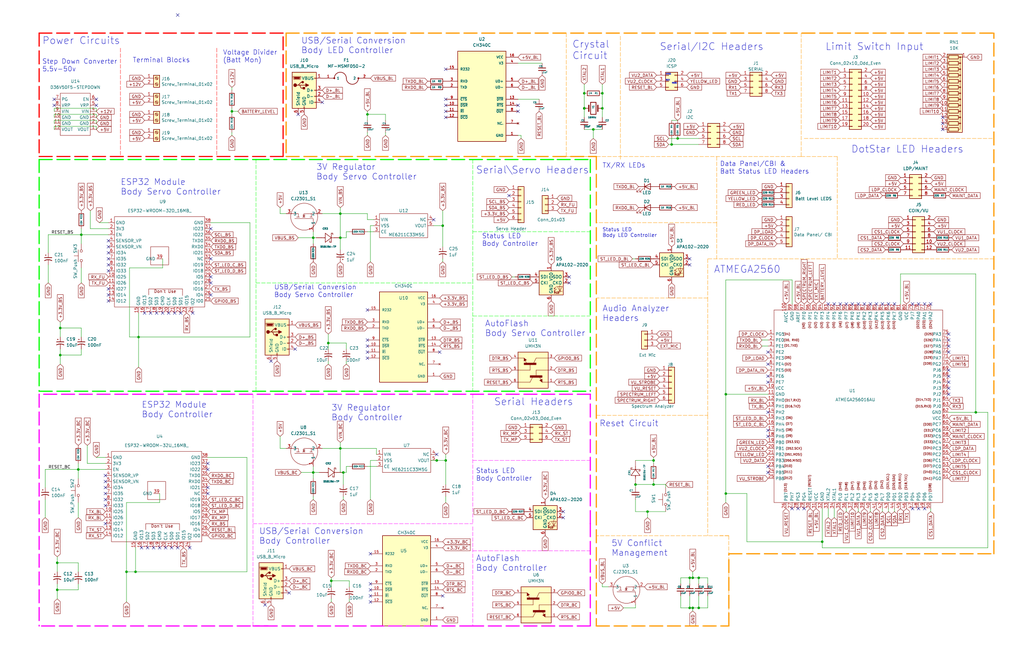
<source format=kicad_sch>
(kicad_sch (version 20211123) (generator eeschema)
  (paper "USLedger")
  (title_block (title "Body Controller") (date "2022-08-25") (rev "1.0") (company "Created by: Greg Hulette") (comment 1 "- ESP-NOW Gateway/Bridge") (comment 2 "- Creates WiFi Network ") (comment 3 "- Controls All Body Servos") (comment 4 "- Controls All Body LEDs"))
  (junction (at 292.1 243.84))
  (junction (at 144.78 199.39))
  (junction (at 143.51 189.23))
  (junction (at 275.59 194.31))
  (junction (at 250.19 54.61))
  (junction (at 285.75 58.42))
  (junction (at 254 45.72))
  (junction (at 132.08 100.33))
  (junction (at 24.13 237.49))
  (junction (at 57.15 241.3))
  (junction (at 246.38 39.37))
  (junction (at 138.43 144.78))
  (junction (at 294.64 256.54))
  (junction (at 246.38 45.72))
  (junction (at 33.02 198.12))
  (junction (at 283.21 60.96))
  (junction (at 154.94 48.26))
  (junction (at 246.3862 45.7262))
  (junction (at 53.34 241.3))
  (junction (at 186.69 95.25))
  (junction (at 275.59 204.47))
  (junction (at 143.51 100.33))
  (junction (at 346.71 228.6))
  (junction (at 306.07 166.37))
  (junction (at 254 39.37))
  (junction (at 34.29 99.06))
  (junction (at 25.4 149.86))
  (junction (at 290.83 256.54))
  (junction (at 58.42 142.24))
  (junction (at 273.05 215.9))
  (junction (at 306.07 208.28))
  (junction (at 25.4 138.43))
  (junction (at 292.1 256.54))
  (junction (at 187.96 194.31))
  (junction (at 24.13 248.92))
  (junction (at 184.15 194.31))
  (junction (at 411.48 173.99))
  (junction (at 143.51 90.17))
  (junction (at 139.7 245.11))
  (junction (at 132.08 199.39))
  (junction (at 294.64 243.84))
  (junction (at 97.79 46.99))
  (junction (at 290.83 243.84))
  (junction (at 267.97 204.47))
  (no_connect (at 154.94 146.05))
  (no_connect (at 124.46 147.32))
  (no_connect (at 154.94 143.51))
  (no_connect (at 237.49 218.44))
  (no_connect (at 156.21 248.92))
  (no_connect (at 156.21 254))
  (no_connect (at 156.21 246.38))
  (no_connect (at 156.21 251.46))
  (no_connect (at 156.21 233.68))
  (no_connect (at 186.69 251.46))
  (no_connect (at 185.42 148.59))
  (no_connect (at 154.94 130.81))
  (no_connect (at 182.88 92.71))
  (no_connect (at 187.96 49.53))
  (no_connect (at 187.96 41.91))
  (no_connect (at 290.83 109.22))
  (no_connect (at 67.31 231.14))
  (no_connect (at 69.85 231.14))
  (no_connect (at 72.39 231.14))
  (no_connect (at 74.93 231.14))
  (no_connect (at 59.69 231.14))
  (no_connect (at 62.23 231.14))
  (no_connect (at 64.77 231.14))
  (no_connect (at 44.45 200.66))
  (no_connect (at 44.45 203.2))
  (no_connect (at 87.63 208.28))
  (no_connect (at 87.63 205.74))
  (no_connect (at 87.63 198.12))
  (no_connect (at 87.63 195.58))
  (no_connect (at 44.45 208.28))
  (no_connect (at 44.45 210.82))
  (no_connect (at 44.45 205.74))
  (no_connect (at 44.45 213.36))
  (no_connect (at 44.45 220.98))
  (no_connect (at 80.01 231.14))
  (no_connect (at 40.64 44.45))
  (no_connect (at 40.64 41.91))
  (no_connect (at 22.86 41.91))
  (no_connect (at 22.86 44.45))
  (no_connect (at 237.49 215.9))
  (no_connect (at 240.03 116.84))
  (no_connect (at 187.96 46.99))
  (no_connect (at 240.03 119.38))
  (no_connect (at 187.96 44.45))
  (no_connect (at 135.89 43.18))
  (no_connect (at 290.83 111.76))
  (no_connect (at 74.93 6.35))
  (no_connect (at 184.15 191.77))
  (no_connect (at 218.44 44.45))
  (no_connect (at 154.94 151.13))
  (no_connect (at 60.96 132.08))
  (no_connect (at 63.5 132.08))
  (no_connect (at 66.04 132.08))
  (no_connect (at 45.72 109.22))
  (no_connect (at 45.72 111.76))
  (no_connect (at 45.72 114.3))
  (no_connect (at 45.72 121.92))
  (no_connect (at 45.72 124.46))
  (no_connect (at 45.72 101.6))
  (no_connect (at 45.72 104.14))
  (no_connect (at 88.9 109.22))
  (no_connect (at 88.9 96.52))
  (no_connect (at 68.58 132.08))
  (no_connect (at 71.12 132.08))
  (no_connect (at 73.66 132.08))
  (no_connect (at 76.2 132.08))
  (no_connect (at 81.28 132.08))
  (no_connect (at 45.72 106.68))
  (no_connect (at 45.72 127))
  (no_connect (at 88.9 124.46))
  (no_connect (at 88.9 119.38))
  (no_connect (at 187.96 29.21))
  (no_connect (at 88.9 116.84))
  (no_connect (at 121.92 250.19))
  (no_connect (at 111.76 255.27))
  (no_connect (at 349.25 128.27))
  (no_connect (at 351.79 128.27))
  (no_connect (at 323.85 199.39))
  (no_connect (at 323.85 196.85))
  (no_connect (at 323.85 161.29))
  (no_connect (at 323.85 158.75))
  (no_connect (at 339.09 214.63))
  (no_connect (at 336.55 214.63))
  (no_connect (at 334.01 214.63))
  (no_connect (at 323.85 184.15))
  (no_connect (at 323.85 181.61))
  (no_connect (at 323.85 173.99))
  (no_connect (at 323.85 153.67))
  (no_connect (at 323.85 148.59))
  (no_connect (at 384.81 214.63))
  (no_connect (at 400.05 148.59))
  (no_connect (at 389.89 214.63))
  (no_connect (at 387.35 214.63))
  (no_connect (at 384.81 128.27))
  (no_connect (at 389.89 128.27))
  (no_connect (at 392.43 128.27))
  (no_connect (at 387.35 128.27))
  (no_connect (at 400.05 140.97))
  (no_connect (at 400.05 143.51))
  (no_connect (at 400.05 146.05))
  (no_connect (at 400.05 156.21))
  (no_connect (at 400.05 158.75))
  (no_connect (at 400.05 161.29))
  (no_connect (at 400.05 163.83))
  (no_connect (at 400.05 166.37))
  (no_connect (at 354.33 128.27))
  (no_connect (at 356.87 128.27))
  (no_connect (at 372.11 128.27))
  (no_connect (at 374.65 128.27))
  (no_connect (at 377.19 128.27))
  (no_connect (at 359.41 128.27))
  (no_connect (at 361.95 128.27))
  (no_connect (at 364.49 128.27))
  (no_connect (at 367.03 128.27))
  (no_connect (at 369.57 128.27))
  (no_connect (at 114.3 152.4))
  (no_connect (at 154.94 148.59))
  (no_connect (at 397.51 49.53))
  (no_connect (at 397.51 52.07))
  (no_connect (at 397.51 54.61))
  (no_connect (at 214.63 82.55))
  (no_connect (at 218.44 46.99))
  (no_connect (at 125.73 48.26))
  (wire (pts (xy 367.03 215.9) (xy 367.03 214.63)))
  (wire (pts (xy 290.83 256.54) (xy 292.1 256.54)))
  (wire (pts (xy 68.58 113.03) (xy 54.61 113.03)))
  (wire (pts (xy 273.05 215.9) (xy 267.97 215.9)))
  (polyline (pts (xy 298.45 125.73) (xy 298.45 175.26)) (stroke (width 0) (color 255 153 0 1)))
  (wire (pts (xy 267.97 194.31) (xy 275.59 194.31)))
  (polyline (pts (xy 107.95 119.38) (xy 199.39 119.38)) (stroke (width 0) (color 0 255 0 1)))
  (wire (pts (xy 292.1 256.54) (xy 294.64 256.54)))
  (polyline (pts (xy 50.8 20.32) (xy 50.8 66.04)) (stroke (width 0) (color 255 0 0 1)))
  (wire (pts (xy 411.48 173.99) (xy 416.56 173.99)))
  (wire (pts (xy 146.05 144.78) (xy 138.43 144.78)))
  (wire (pts (xy 143.51 87.63) (xy 143.51 90.17)))
  (wire (pts (xy 351.79 218.44) (xy 351.79 214.63)))
  (wire (pts (xy 154.94 46.99) (xy 154.94 48.26)))
  (wire (pts (xy 186.69 95.25) (xy 186.69 104.14)))
  (wire (pts (xy 186.69 88.9) (xy 186.69 95.25)))
  (wire (pts (xy 154.94 55.88) (xy 154.94 57.15)))
  (polyline (pts (xy 120.65 13.97) (xy 120.65 66.04)) (stroke (width 0.5) (color 255 153 0 1)))
  (wire (pts (xy 187.96 209.55) (xy 187.96 212.09)))
  (wire (pts (xy 181.61 194.31) (xy 184.15 194.31)))
  (wire (pts (xy 24.13 248.92) (xy 24.13 252.73)))
  (wire (pts (xy 34.29 99.06) (xy 45.72 99.06)))
  (wire (pts (xy 377.19 215.9) (xy 377.19 214.63)))
  (wire (pts (xy 146.05 97.79) (xy 146.05 100.33)))
  (wire (pts (xy 266.7 109.22) (xy 267.97 109.22)))
  (wire (pts (xy 246.38 45.72) (xy 246.3862 45.7262)))
  (wire (pts (xy 321.31 143.51) (xy 323.85 143.51)))
  (polyline (pts (xy 16.51 66.04) (xy 119.38 66.04)) (stroke (width 0.5) (color 255 0 0 1)))
  (wire (pts (xy 281.94 58.42) (xy 285.75 58.42)))
  (wire (pts (xy 292.1 243.84) (xy 294.64 243.84)))
  (polyline (pts (xy 419.1 233.68) (xy 419.1 13.97)) (stroke (width 0.5) (color 255 153 0 1)))
  (polyline (pts (xy 248.92 264.16) (xy 199.39 264.16)) (stroke (width 0.5) (color 255 0 255 1)))
  (wire (pts (xy 234.8547 83.6768) (xy 234.95 83.82)))
  (wire (pts (xy 158.75 189.23) (xy 158.75 191.77)))
  (wire (pts (xy 267.97 204.47) (xy 267.97 205.74)))
  (wire (pts (xy 285.75 58.42) (xy 294.64 58.42)))
  (wire (pts (xy 184.15 194.31) (xy 187.96 194.31)))
  (wire (pts (xy 154.94 97.79) (xy 157.48 97.79)))
  (wire (pts (xy 20.32 111.76) (xy 20.32 119.38)))
  (polyline (pts (xy 248.92 166.37) (xy 16.51 166.37)) (stroke (width 0.5) (color 255 0 255 1)))
  (wire (pts (xy 118.11 189.23) (xy 120.65 189.23)))
  (wire (pts (xy 135.89 189.23) (xy 143.51 189.23)))
  (wire (pts (xy 88.9 93.98) (xy 105.41 93.98)))
  (wire (pts (xy 22.86 48.26) (xy 40.64 48.26)))
  (wire (pts (xy 40.64 45.72) (xy 40.64 46.99)))
  (wire (pts (xy 254 39.37) (xy 254 45.72)))
  (polyline (pts (xy 113.03 264.16) (xy 16.51 264.16)) (stroke (width 0.5) (color 255 0 255 1)))
  (wire (pts (xy 19.05 198.12) (xy 33.02 198.12)))
  (wire (pts (xy 154.94 90.17) (xy 154.94 92.71)))
  (wire (pts (xy 19.05 210.82) (xy 19.05 218.44)))
  (wire (pts (xy 416.56 231.14) (xy 346.71 231.14)))
  (wire (pts (xy 246.38 39.37) (xy 246.38 45.72)))
  (wire (pts (xy 146.05 196.85) (xy 147.32 196.85)))
  (wire (pts (xy 154.94 48.26) (xy 154.94 50.8)))
  (polyline (pts (xy 248.92 220.98) (xy 248.92 264.16)) (stroke (width 0.5) (color 255 0 255 1)))
  (wire (pts (xy 219.71 57.15) (xy 219.71 58.42)))
  (wire (pts (xy 53.34 212.09) (xy 53.34 241.3)))
  (wire (pts (xy 33.02 241.3) (xy 33.02 237.49)))
  (polyline (pts (xy 199.39 67.31) (xy 199.39 118.11)) (stroke (width 0) (color 0 255 0 1)))
  (polyline (pts (xy 238.76 66.04) (xy 251.46 66.04)) (stroke (width 0) (color 255 153 0 1)))
  (wire (pts (xy 158.75 194.31) (xy 156.21 194.31)))
  (wire (pts (xy 374.65 215.9) (xy 374.65 214.63)))
  (wire (pts (xy 218.44 57.15) (xy 219.71 57.15)))
  (wire (pts (xy 162.56 48.26) (xy 154.94 48.26)))
  (wire (pts (xy 267.97 215.9) (xy 267.97 210.82)))
  (wire (pts (xy 143.51 90.17) (xy 154.94 90.17)))
  (wire (pts (xy 262.89 256.54) (xy 267.97 256.54)))
  (polyline (pts (xy 106.68 220.98) (xy 199.39 220.98)) (stroke (width 0) (color 255 0 255 1)))
  (wire (pts (xy 356.87 215.9) (xy 356.87 214.63)))
  (wire (pts (xy 215.9 116.84) (xy 217.17 116.84)))
  (wire (pts (xy 143.51 199.39) (xy 144.78 199.39)))
  (polyline (pts (xy 199.39 166.37) (xy 199.39 220.98)) (stroke (width 0) (color 255 0 255 1)))
  (wire (pts (xy 132.08 100.33) (xy 132.08 102.87)))
  (wire (pts (xy 379.73 128.27) (xy 379.73 115.57)))
  (polyline (pts (xy 302.26 66.04) (xy 302.26 93.98)) (stroke (width 0) (color 255 153 0 1)))
  (polyline (pts (xy 337.82 66.04) (xy 353.06 66.04)) (stroke (width 0) (color 255 153 0 1)))
  (wire (pts (xy 346.71 231.14) (xy 346.71 228.6)))
  (wire (pts (xy 22.86 49.53) (xy 22.86 48.26)))
  (polyline (pts (xy 199.39 97.79) (xy 248.92 97.79)) (stroke (width 0) (color 0 255 0 1)))
  (wire (pts (xy 143.51 189.23) (xy 143.51 199.39)))
  (wire (pts (xy 34.29 149.86) (xy 25.4 149.86)))
  (polyline (pts (xy 251.46 264.16) (xy 307.34 264.16)) (stroke (width 0.5) (type dash) (color 255 153 0 1)))
  (wire (pts (xy 283.21 60.96) (xy 294.64 60.96)))
  (wire (pts (xy 138.43 152.4) (xy 138.43 153.67)))
  (wire (pts (xy 306.07 118.11) (xy 306.07 166.37)))
  (wire (pts (xy 25.4 138.43) (xy 34.29 138.43)))
  (wire (pts (xy 22.86 54.61) (xy 22.86 53.34)))
  (wire (pts (xy 34.29 99.06) (xy 34.29 102.87)))
  (polyline (pts (xy 307.34 226.06) (xy 303.53 226.06)) (stroke (width 0) (color 255 153 0 1)))
  (polyline (pts (xy 251.46 66.04) (xy 251.46 264.16)) (stroke (width 0.5) (type dash) (color 255 153 0 1)))
  (wire (pts (xy 154.94 92.71) (xy 157.48 92.71)))
  (wire (pts (xy 67.31 212.09) (xy 53.34 212.09)))
  (wire (pts (xy 118.11 184.15) (xy 118.11 189.23)))
  (wire (pts (xy 135.89 90.17) (xy 143.51 90.17)))
  (polyline (pts (xy 234.95 67.31) (xy 248.92 67.31)) (stroke (width 0.5) (color 0 255 0 1)))
  (polyline (pts (xy 107.95 67.31) (xy 234.95 67.31)) (stroke (width 0.5) (color 0 255 0 1)))
  (wire (pts (xy 22.86 52.07) (xy 22.86 50.8)))
  (wire (pts (xy 147.32 252.73) (xy 147.32 254)))
  (wire (pts (xy 57.15 241.3) (xy 53.34 241.3)))
  (wire (pts (xy 298.45 251.46) (xy 298.45 256.54)))
  (polyline (pts (xy 298.45 109.22) (xy 298.45 125.73)) (stroke (width 0) (color 255 153 0 1)))
  (wire (pts (xy 147.32 247.65) (xy 147.32 245.11)))
  (wire (pts (xy 40.64 48.26) (xy 40.64 49.53)))
  (wire (pts (xy 132.08 97.79) (xy 132.08 100.33)))
  (wire (pts (xy 40.64 53.34) (xy 40.64 54.61)))
  (wire (pts (xy 139.7 245.11) (xy 139.7 247.65)))
  (wire (pts (xy 132.08 199.39) (xy 132.08 201.93)))
  (polyline (pts (xy 298.45 125.73) (xy 251.46 125.73)) (stroke (width 0) (color 255 153 0 1)))
  (wire (pts (xy 321.31 146.05) (xy 323.85 146.05)))
  (wire (pts (xy 24.13 246.38) (xy 24.13 248.92)))
  (wire (pts (xy 97.79 45.72) (xy 97.79 46.99)))
  (wire (pts (xy 411.48 115.57) (xy 411.48 173.99)))
  (wire (pts (xy 58.42 142.24) (xy 58.42 154.94)))
  (wire (pts (xy 144.78 199.39) (xy 146.05 199.39)))
  (polyline (pts (xy 298.45 175.26) (xy 298.45 226.06)) (stroke (width 0) (color 255 153 0 1)))
  (wire (pts (xy 20.32 99.06) (xy 34.29 99.06)))
  (wire (pts (xy 292.1 241.3) (xy 292.1 243.84)))
  (wire (pts (xy 294.64 243.84) (xy 294.64 246.38)))
  (polyline (pts (xy 248.92 67.31) (xy 248.92 165.1)) (stroke (width 0.5) (color 0 255 0 1)))
  (wire (pts (xy 273.05 215.9) (xy 280.67 215.9)))
  (wire (pts (xy 54.61 113.03) (xy 54.61 142.24)))
  (polyline (pts (xy 91.44 20.32) (xy 91.44 66.04)) (stroke (width 0) (color 255 0 0 1)))
  (wire (pts (xy 306.07 208.28) (xy 306.07 212.09)))
  (polyline (pts (xy 120.65 66.04) (xy 251.46 66.04)) (stroke (width 0.5) (color 255 153 0 1)))
  (polyline (pts (xy 307.34 264.16) (xy 307.34 233.68)) (stroke (width 0.5) (color 255 153 0 1)))
  (wire (pts (xy 250.19 54.61) (xy 250.19 58.42)))
  (wire (pts (xy 246.38 45.72) (xy 246.38 49.53)))
  (wire (pts (xy 283.21 60.96) (xy 283.21 58.42)))
  (wire (pts (xy 254 246.38) (xy 254 247.65)))
  (polyline (pts (xy 16.51 67.31) (xy 16.51 165.1)) (stroke (width 0.5) (color 0 255 0 1)))
  (wire (pts (xy 254 247.65) (xy 256.54 247.65)))
  (wire (pts (xy 280.67 205.74) (xy 280.67 204.47)))
  (wire (pts (xy 25.4 147.32) (xy 25.4 149.86)))
  (wire (pts (xy 22.86 53.34) (xy 40.64 53.34)))
  (wire (pts (xy 34.29 147.32) (xy 34.29 149.86)))
  (wire (pts (xy 58.42 132.08) (xy 58.42 142.24)))
  (wire (pts (xy 20.32 106.68) (xy 20.32 99.06)))
  (wire (pts (xy 218.44 26.67) (xy 228.6 26.67)))
  (polyline (pts (xy 353.06 66.04) (xy 353.06 109.22)) (stroke (width 0) (color 255 153 0 1)))
  (wire (pts (xy 162.56 50.8) (xy 162.56 48.26)))
  (polyline (pts (xy 119.38 66.04) (xy 119.38 13.97)) (stroke (width 0.5) (color 255 0 0 1)))
  (wire (pts (xy 287.02 243.84) (xy 290.83 243.84)))
  (wire (pts (xy 254 35.56) (xy 254 39.37)))
  (wire (pts (xy 372.11 215.9) (xy 372.11 214.63)))
  (polyline (pts (xy 307.34 226.06) (xy 307.34 264.16)) (stroke (width 0) (color 255 153 0 1)))
  (wire (pts (xy 290.83 251.46) (xy 290.83 256.54)))
  (wire (pts (xy 306.07 166.37) (xy 306.07 208.28)))
  (wire (pts (xy 22.86 45.72) (xy 40.64 45.72)))
  (polyline (pts (xy 120.65 13.97) (xy 419.1 13.97)) (stroke (width 0.5) (color 255 153 0 1)))
  (polyline (pts (xy 16.51 166.37) (xy 16.51 264.16)) (stroke (width 0.5) (color 255 0 255 1)))
  (wire (pts (xy 290.83 243.84) (xy 290.83 246.38)))
  (wire (pts (xy 294.64 251.46) (xy 294.64 256.54)))
  (wire (pts (xy 22.86 46.99) (xy 22.86 45.72)))
  (wire (pts (xy 54.61 142.24) (xy 58.42 142.24)))
  (wire (pts (xy 146.05 196.85) (xy 146.05 199.39)))
  (wire (pts (xy 68.58 109.22) (xy 68.58 113.03)))
  (wire (pts (xy 146.05 100.33) (xy 143.51 100.33)))
  (wire (pts (xy 182.88 95.25) (xy 186.69 95.25)))
  (wire (pts (xy 146.05 147.32) (xy 146.05 144.78)))
  (wire (pts (xy 246.38 35.56) (xy 246.38 39.37)))
  (polyline (pts (xy 337.82 13.97) (xy 337.82 66.04)) (stroke (width 0) (color 255 153 0 1)))
  (wire (pts (xy 25.4 149.86) (xy 25.4 153.67)))
  (wire (pts (xy 287.02 251.46) (xy 287.02 256.54)))
  (wire (pts (xy 139.7 252.73) (xy 139.7 254)))
  (wire (pts (xy 287.02 243.84) (xy 287.02 246.38)))
  (wire (pts (xy 33.02 212.09) (xy 33.02 218.44)))
  (wire (pts (xy 44.45 193.04) (xy 40.64 193.04)))
  (wire (pts (xy 267.97 255.27) (xy 267.97 256.54)))
  (wire (pts (xy 19.05 205.74) (xy 19.05 198.12)))
  (wire (pts (xy 138.43 144.78) (xy 138.43 147.32)))
  (wire (pts (xy 146.05 152.4) (xy 146.05 153.67)))
  (polyline (pts (xy 339.09 58.42) (xy 419.1 58.42)) (stroke (width 0) (color 255 153 0 1)))
  (wire (pts (xy 38.1 96.52) (xy 45.72 96.52)))
  (wire (pts (xy 306.07 166.37) (xy 323.85 166.37)))
  (wire (pts (xy 138.43 140.97) (xy 138.43 144.78)))
  (wire (pts (xy 33.02 246.38) (xy 33.02 248.92)))
  (wire (pts (xy 97.79 57.15) (xy 97.79 55.88)))
  (wire (pts (xy 275.59 193.04) (xy 275.59 194.31)))
  (wire (pts (xy 36.83 187.96) (xy 36.83 195.58)))
  (wire (pts (xy 186.69 109.22) (xy 186.69 110.49)))
  (wire (pts (xy 132.08 199.39) (xy 134.62 199.39)))
  (wire (pts (xy 24.13 234.95) (xy 24.13 237.49)))
  (wire (pts (xy 379.73 115.57) (xy 411.48 115.57)))
  (wire (pts (xy 104.14 193.04) (xy 104.14 241.3)))
  (polyline (pts (xy 199.39 194.31) (xy 248.92 194.31)) (stroke (width 0) (color 255 0 255 1)))
  (wire (pts (xy 314.96 228.6) (xy 314.96 208.28)))
  (wire (pts (xy 250.19 54.61) (xy 254 54.61)))
  (wire (pts (xy 314.96 208.28) (xy 306.07 208.28)))
  (wire (pts (xy 267.97 204.47) (xy 275.59 204.47)))
  (wire (pts (xy 132.08 100.33) (xy 133.35 100.33)))
  (wire (pts (xy 156.21 95.25) (xy 156.21 110.49)))
  (wire (pts (xy 45.72 93.98) (xy 41.91 93.98)))
  (polyline (pts (xy 419.1 109.22) (xy 298.45 109.22)) (stroke (width 0) (color 255 153 0 1)))
  (wire (pts (xy 58.42 142.24) (xy 105.41 142.24)))
  (polyline (pts (xy 337.82 66.04) (xy 238.76 66.04)) (stroke (width 0) (color 255 153 0 1)))
  (polyline (pts (xy 16.51 166.37) (xy 16.51 166.37)) (stroke (width 0.5) (color 255 0 255 1)))
  (polyline (pts (xy 16.51 165.1) (xy 248.92 165.1)) (stroke (width 0.5) (color 0 255 0 1)))
  (wire (pts (xy 34.29 142.24) (xy 34.29 138.43)))
  (wire (pts (xy 104.14 241.3) (xy 57.15 241.3)))
  (polyline (pts (xy 199.39 222.25) (xy 199.39 264.16)) (stroke (width 0) (color 255 0 255 1)))
  (wire (pts (xy 40.64 50.8) (xy 40.64 52.07)))
  (wire (pts (xy 36.83 195.58) (xy 44.45 195.58)))
  (polyline (pts (xy 199.39 118.11) (xy 199.39 118.11)))
  (wire (pts (xy 349.25 218.44) (xy 349.25 214.63)))
  (wire (pts (xy 144.78 199.39) (xy 144.78 204.47)))
  (wire (pts (xy 118.11 87.63) (xy 118.11 90.17)))
  (wire (pts (xy 127 199.39) (xy 132.08 199.39)))
  (polyline (pts (xy 302.26 93.98) (xy 251.46 93.98)) (stroke (width 0) (color 255 153 0 1)))
  (wire (pts (xy 275.59 204.47) (xy 280.67 204.47)))
  (wire (pts (xy 139.7 243.84) (xy 139.7 245.11)))
  (wire (pts (xy 147.32 245.11) (xy 139.7 245.11)))
  (wire (pts (xy 33.02 198.12) (xy 44.45 198.12)))
  (wire (pts (xy 292.1 256.54) (xy 292.1 257.81)))
  (polyline (pts (xy 16.51 13.97) (xy 16.51 66.04)) (stroke (width 0.5) (color 255 0 0 1)))
  (wire (pts (xy 132.08 196.85) (xy 132.08 199.39)))
  (wire (pts (xy 287.02 256.54) (xy 290.83 256.54)))
  (wire (pts (xy 143.51 90.17) (xy 143.51 100.33)))
  (wire (pts (xy 34.29 113.03) (xy 34.29 119.38)))
  (polyline (pts (xy 199.39 118.11) (xy 199.39 165.1)) (stroke (width 0) (color 0 255 0 1)))
  (wire (pts (xy 283.21 50.8) (xy 285.75 50.8)))
  (wire (pts (xy 298.45 243.84) (xy 298.45 246.38)))
  (wire (pts (xy 97.79 46.99) (xy 97.79 48.26)))
  (wire (pts (xy 334.01 118.11) (xy 306.07 118.11)))
  (wire (pts (xy 118.11 90.17) (xy 120.65 90.17)))
  (wire (pts (xy 334.01 128.27) (xy 334.01 118.11)))
  (wire (pts (xy 227.33 41.91) (xy 218.44 41.91)))
  (polyline (pts (xy 251.46 175.26) (xy 298.45 175.26)) (stroke (width 0) (color 255 153 0 1)))
  (wire (pts (xy 144.78 209.55) (xy 144.78 210.82)))
  (wire (pts (xy 156.21 194.31) (xy 156.21 210.82)))
  (wire (pts (xy 24.13 237.49) (xy 33.02 237.49)))
  (wire (pts (xy 87.63 193.04) (xy 104.14 193.04)))
  (wire (pts (xy 33.02 195.58) (xy 33.02 198.12)))
  (polyline (pts (xy 261.62 15.24) (xy 261.62 67.31)) (stroke (width 0) (color 255 153 0 1)))
  (wire (pts (xy 22.86 50.8) (xy 40.64 50.8)))
  (wire (pts (xy 275.59 194.31) (xy 275.59 195.58)))
  (wire (pts (xy 187.96 194.31) (xy 187.96 204.47)))
  (wire (pts (xy 162.56 55.88) (xy 162.56 57.15)))
  (wire (pts (xy 24.13 237.49) (xy 24.13 241.3)))
  (wire (pts (xy 392.43 215.9) (xy 392.43 214.63)))
  (wire (pts (xy 154.94 196.85) (xy 158.75 196.85)))
  (wire (pts (xy 156.21 95.25) (xy 157.48 95.25)))
  (wire (pts (xy 416.56 173.99) (xy 416.56 231.14)))
  (wire (pts (xy 275.59 204.47) (xy 275.59 203.2)))
  (wire (pts (xy 143.51 100.33) (xy 143.51 105.41)))
  (polyline (pts (xy 302.26 93.98) (xy 302.26 109.22)) (stroke (width 0) (color 255 153 0 1)))
  (wire (pts (xy 294.64 256.54) (xy 298.45 256.54)))
  (wire (pts (xy 33.02 198.12) (xy 33.02 201.93)))
  (wire (pts (xy 125.73 100.33) (xy 132.08 100.33)))
  (wire (pts (xy 254 45.72) (xy 254 49.53)))
  (wire (pts (xy 400.05 173.99) (xy 411.48 173.99)))
  (wire (pts (xy 143.51 189.23) (xy 158.75 189.23)))
  (wire (pts (xy 143.51 186.69) (xy 143.51 189.23)))
  (wire (pts (xy 246.38 54.61) (xy 250.19 54.61)))
  (wire (pts (xy 132.08 209.55) (xy 132.08 210.82)))
  (wire (pts (xy 33.02 248.92) (xy 24.13 248.92)))
  (polyline (pts (xy 16.51 67.31) (xy 107.95 67.31)) (stroke (width 0.5) (color 0 255 0 1)))
  (wire (pts (xy 57.15 231.14) (xy 57.15 241.3)))
  (polyline (pts (xy 307.34 226.06) (xy 251.46 226.06)) (stroke (width 0) (color 255 153 0 1)))
  (polyline (pts (xy 107.95 67.31) (xy 107.95 165.1)) (stroke (width 0) (color 0 255 0 1)))
  (wire (pts (xy 97.79 36.83) (xy 97.79 38.1)))
  (polyline (pts (xy 238.76 13.97) (xy 238.76 66.04)) (stroke (width 0) (color 255 153 0 1)))
  (wire (pts (xy 25.4 138.43) (xy 25.4 142.24)))
  (polyline (pts (xy 199.39 133.35) (xy 248.92 133.35)) (stroke (width 0) (color 0 255 0 1)))
  (wire (pts (xy 290.83 243.84) (xy 292.1 243.84)))
  (wire (pts (xy 361.95 215.9) (xy 361.95 214.63)))
  (polyline (pts (xy 307.34 233.68) (xy 419.1 233.68)) (stroke (width 0.5) (color 255 153 0 1)))
  (wire (pts (xy 97.79 46.99) (xy 100.33 46.99)))
  (wire (pts (xy 146.05 97.79) (xy 147.32 97.79)))
  (polyline (pts (xy 119.38 13.97) (xy 16.51 13.97)) (stroke (width 0.5) (color 255 0 0 1)))
  (wire (pts (xy 281.94 60.96) (xy 283.21 60.96)))
  (wire (pts (xy 38.1 88.9) (xy 38.1 96.52)))
  (polyline (pts (xy 106.68 166.37) (xy 106.68 264.16)) (stroke (width 0) (color 255 0 255 1)))
  (wire (pts (xy 34.29 96.52) (xy 34.29 99.06)))
  (wire (pts (xy 25.4 135.89) (xy 25.4 138.43)))
  (wire (pts (xy 294.64 243.84) (xy 298.45 243.84)))
  (polyline (pts (xy 199.39 264.16) (xy 106.68 264.16)) (stroke (width 0.5) (color 255 0 255 1)))
  (polyline (pts (xy 199.39 232.41) (xy 248.92 232.41)) (stroke (width 0) (color 255 0 255 1)))
  (polyline (pts (xy 248.92 220.98) (xy 248.92 166.37)) (stroke (width 0.5) (color 255 0 255 1)))
  (wire (pts (xy 67.31 208.28) (xy 67.31 212.09)))
  (wire (pts (xy 53.34 241.3) (xy 53.34 254)))
  (wire (pts (xy 273.05 215.9) (xy 273.05 218.44)))
  (wire (pts (xy 346.71 228.6) (xy 314.96 228.6)))
  (wire (pts (xy 346.71 214.63) (xy 346.71 228.6)))
  (wire (pts (xy 105.41 93.98) (xy 105.41 142.24)))
  (wire (pts (xy 187.96 191.77) (xy 187.96 194.31)))
  (text "MISO" (at 280.67 31.75 0) (effects (font (size 0.6 0.6)) (justify left bottom)))
  (text "Status LED \nBody Controller" (at 200.66 203.2 0) (effects (font (size 2 2)) (justify left bottom)))
  (text "Limit Switch Input" (at 347.98 21.59 0) (effects (font (size 3 3)) (justify left bottom)))
  (text "ESP32 Module \nBody Controller" (at 59.69 176.53 0) (effects (font (size 2.54 2.54)) (justify left bottom)))
  (text "3V Regulator\nBody Servo Controller\n" (at 133.35 76.2 0) (effects (font (size 2.54 2.54)) (justify left bottom)))
  (text "Serial/I2C Headers" (at 278.13 21.59 0) (effects (font (size 3 3)) (justify left bottom)))
  (text "USB/Serial Conversion \nBody Servo Controller" (at 115.57 125.73 0) (effects (font (size 2 2)) (justify left bottom)))
  (text "Voltage Divider \n(Batt Mon)" (at 93.98 26.67 0) (effects (font (size 2 2)) (justify left bottom)))
  (text "3V Regulator\nBody Controller\n" (at 139.7 177.8 0) (effects (font (size 2.54 2.54)) (justify left bottom)))
  (text "Serial\\Servo Headers" (at 200.66 73.66 0) (effects (font (size 3 3)) (justify left bottom)))
  (text "Power Circuits" (at 17.78 19.05 0) (effects (font (size 3 3)) (justify left bottom)))
  (text "Step Down Converter\n5.5v-50v" (at 17.78 30.48 0) (effects (font (size 2 2)) (justify left bottom)))
  (text "Status LED \nBody Controller" (at 203.2 104.14 0) (effects (font (size 2 2)) (justify left bottom)))
  (text "AutoFlash\nBody Controller" (at 200.66 241.3 0) (effects (font (size 2.54 2.54)) (justify left bottom)))
  (text "Crystal \nCircuit" (at 241.3 25.4 0) (effects (font (size 3 3)) (justify left bottom)))
  (text "AutoFlash\nBody Servo Controller" (at 204.47 142.24 0) (effects (font (size 2.54 2.54)) (justify left bottom)))
  (text "Status LED\nBody LED Controller" (at 254 100.33 0) (effects (font (size 1.5 1.5)) (justify left bottom)))
  (text "USB/Serial Conversion \nBody Controller" (at 109.22 229.87 0) (effects (font (size 2.54 2.54)) (justify left bottom)))
  (text "SCK" (at 280.67 34.29 0) (effects (font (size 0.6 0.6)) (justify left bottom)))
  (text "MOSI" (at 283.21 35.56 0) (effects (font (size 0.6 0.6)) (justify left bottom)))
  (text "Reset Circuit" (at 252.73 180.34 0) (effects (font (size 2.54 2.54)) (justify left bottom)))
  (text "TX/RX LEDs" (at 254 71.12 0) (effects (font (size 2 2)) (justify left bottom)))
  (text "Data Panel/CBI & \nBatt Status LED Headers" (at 303.53 73.66 0) (effects (font (size 2 2)) (justify left bottom)))
  (text "ATMEGA2560" (at 300.99 115.57 0) (effects (font (size 3 3)) (justify left bottom)))
  (text "5V Conflict \nManagement" (at 257.81 234.95 0) (effects (font (size 2.54 2.54)) (justify left bottom)))
  (text "ESP32 Module \nBody Servo Controller" (at 50.8 82.55 0) (effects (font (size 2.54 2.54)) (justify left bottom)))
  (text "DotStar LED Headers" (at 358.8787 64.8521 0) (effects (font (size 3 3)) (justify left bottom)))
  (text "Audio Analyzer\nHeaders" (at 254 135.89 0) (effects (font (size 2.54 2.54)) (justify left bottom)))
  (text "USB/Serial Conversion \nBody LED Controller" (at 127 22.86 0) (effects (font (size 2.54 2.54)) (justify left bottom)))
  (text "Serial Headers" (at 208.28 171.45 0) (effects (font (size 3 3)) (justify left bottom)))
  (text "Terminal Blocks" (at 55.88 26.67 0) (effects (font (size 2 2)) (justify left bottom)))
  (label "RESET_BC" (at 20.32 198.12 0))
  (label "RESET_BS" (at 21.59 99.06 0))
  (global_label "RX_MP" (shape input) (at 87.63 218.44 0) (property "Intersheet References" "${INTERSHEET_REFS}" (effects hide)))
  (global_label "+5V" (shape input) (at 327.66 95.25 180) (property "Intersheet References" "${INTERSHEET_REFS}" (effects hide)))
  (global_label "+3.3V_BC" (shape input) (at 139.7 243.84 90) (property "Intersheet References" "${INTERSHEET_REFS}" (effects hide)))
  (global_label "D+_BL" (shape input) (at 135.89 38.1 0) (property "Intersheet References" "${INTERSHEET_REFS}" (effects hide)))
  (global_label "TX_FU" (shape input) (at 45.72 119.38 180) (property "Intersheet References" "${INTERSHEET_REFS}" (effects hide)))
  (global_label "LIMIT4" (shape input) (at 397.51 31.75 180) (property "Intersheet References" "${INTERSHEET_REFS}" (effects hide)))
  (global_label "TX_BS" (shape input) (at 77.47 231.14 270) (property "Intersheet References" "${INTERSHEET_REFS}" (effects hide)))
  (global_label "VBUS_BS" (shape input) (at 124.46 137.16 0) (property "Intersheet References" "${INTERSHEET_REFS}" (effects hide)))
  (global_label "LIMIT4" (shape input) (at 354.33 38.1 180) (property "Intersheet References" "${INTERSHEET_REFS}" (effects hide)))
  (global_label "VU1_DATA" (shape input) (at 361.95 215.9 270) (property "Intersheet References" "${INTERSHEET_REFS}" (effects hide)))
  (global_label "VU1_CLOCK" (shape input) (at 356.87 215.9 270) (property "Intersheet References" "${INTERSHEET_REFS}" (effects hide)))
  (global_label "RX_MP" (shape input) (at 219.71 182.88 180) (property "Intersheet References" "${INTERSHEET_REFS}" (effects hide)))
  (global_label "RXD0_BL" (shape input) (at 269.24 87.63 180) (property "Intersheet References" "${INTERSHEET_REFS}" (effects hide)))
  (global_label "ST_LED_D_BL" (shape input) (at 323.85 176.53 180) (property "Intersheet References" "${INTERSHEET_REFS}" (effects hide)))
  (global_label "+5V" (shape input) (at 276.86 143.51 0) (property "Intersheet References" "${INTERSHEET_REFS}" (effects hide)))
  (global_label "BATTERY_LEVEL" (shape input) (at 100.33 46.99 0) (property "Intersheet References" "${INTERSHEET_REFS}" (effects hide)))
  (global_label "LIMIT1" (shape input) (at 354.33 30.48 180) (property "Intersheet References" "${INTERSHEET_REFS}" (effects hide)))
  (global_label "GND" (shape input) (at 147.32 254 270) (property "Intersheet References" "${INTERSHEET_REFS}" (effects hide)))
  (global_label "GND" (shape input) (at 219.71 58.42 270) (property "Intersheet References" "${INTERSHEET_REFS}" (effects hide)))
  (global_label "GND" (shape input) (at 144.78 210.82 270) (property "Intersheet References" "${INTERSHEET_REFS}" (effects hide)))
  (global_label "GND" (shape input) (at 186.69 261.62 0) (property "Intersheet References" "${INTERSHEET_REFS}" (effects hide)))
  (global_label "CS2_DATA" (shape input) (at 373.38 105.41 180) (property "Intersheet References" "${INTERSHEET_REFS}" (effects hide)))
  (global_label "VU_RESET" (shape input) (at 278.13 163.83 180) (property "Intersheet References" "${INTERSHEET_REFS}" (effects hide)))
  (global_label "+5V" (shape input) (at 60.96 58.42 180) (property "Intersheet References" "${INTERSHEET_REFS}" (effects hide)))
  (global_label "+3.3V_BS" (shape input) (at 186.69 88.9 90) (property "Intersheet References" "${INTERSHEET_REFS}" (effects hide)))
  (global_label "LIMIT7" (shape input) (at 400.05 201.93 0) (property "Intersheet References" "${INTERSHEET_REFS}" (effects hide)))
  (global_label "GND" (shape input) (at 34.29 119.38 270) (property "Intersheet References" "${INTERSHEET_REFS}" (effects hide)))
  (global_label "GND" (shape input) (at 162.56 57.15 270) (property "Intersheet References" "${INTERSHEET_REFS}" (effects hide)))
  (global_label "CS2_CLOCK" (shape input) (at 367.03 215.9 270) (property "Intersheet References" "${INTERSHEET_REFS}" (effects hide)))
  (global_label "XTAL1" (shape input) (at 351.79 218.44 270) (property "Intersheet References" "${INTERSHEET_REFS}" (effects hide)))
  (global_label "+5V" (shape input) (at 289.56 31.75 0) (property "Intersheet References" "${INTERSHEET_REFS}" (effects hide)))
  (global_label "GREEN_LED" (shape input) (at 323.85 186.69 180) (property "Intersheet References" "${INTERSHEET_REFS}" (effects hide)))
  (global_label "DTR_BC" (shape input) (at 217.17 250.19 180) (property "Intersheet References" "${INTERSHEET_REFS}" (effects hide)))
  (global_label "RX3" (shape input) (at 400.05 171.45 0) (property "Intersheet References" "${INTERSHEET_REFS}" (effects hide)))
  (global_label "LIMIT3" (shape input) (at 400.05 186.69 0) (property "Intersheet References" "${INTERSHEET_REFS}" (effects hide)))
  (global_label "ST_LED_C_BL" (shape input) (at 275.59 111.76 180) (property "Intersheet References" "${INTERSHEET_REFS}" (effects hide)))
  (global_label "TX_ST" (shape input) (at 232.41 185.42 0) (property "Intersheet References" "${INTERSHEET_REFS}" (effects hide)))
  (global_label "RESET_BL" (shape input) (at 341.63 214.63 270) (property "Intersheet References" "${INTERSHEET_REFS}" (effects hide)))
  (global_label "RXD0_BS" (shape input) (at 154.94 138.43 180) (property "Intersheet References" "${INTERSHEET_REFS}" (effects hide)))
  (global_label "RESET_BL" (shape input) (at 87.63 223.52 0) (property "Intersheet References" "${INTERSHEET_REFS}" (effects hide)))
  (global_label "GPIO0_BS" (shape input) (at 88.9 127 0) (property "Intersheet References" "${INTERSHEET_REFS}" (effects hide)))
  (global_label "RX_BS" (shape input) (at 78.74 132.08 270) (property "Intersheet References" "${INTERSHEET_REFS}" (effects hide)))
  (global_label "GND" (shape input) (at 327.66 92.71 180) (property "Intersheet References" "${INTERSHEET_REFS}" (effects hide)))
  (global_label "+3.3V_BC" (shape input) (at 186.69 228.6 0) (property "Intersheet References" "${INTERSHEET_REFS}" (effects hide)))
  (global_label "TXD0_BS" (shape input) (at 88.9 104.14 0) (property "Intersheet References" "${INTERSHEET_REFS}" (effects hide)))
  (global_label "+5V" (shape input) (at 367.03 40.64 0) (property "Intersheet References" "${INTERSHEET_REFS}" (effects hide)))
  (global_label "+3.3V_BS" (shape input) (at 25.4 135.89 90) (property "Intersheet References" "${INTERSHEET_REFS}" (effects hide)))
  (global_label "GREEN_LED" (shape input) (at 320.04 81.28 180) (property "Intersheet References" "${INTERSHEET_REFS}" (effects hide)))
  (global_label "+3.3V_BS" (shape input) (at 34.29 88.9 90) (property "Intersheet References" "${INTERSHEET_REFS}" (effects hide)))
  (global_label "RX3" (shape input) (at 325.12 36.83 0) (property "Intersheet References" "${INTERSHEET_REFS}" (effects hide)))
  (global_label "GND" (shape input) (at 40.64 193.04 90) (property "Intersheet References" "${INTERSHEET_REFS}" (effects hide)))
  (global_label "RESET_BL" (shape input) (at 280.67 204.47 0) (property "Intersheet References" "${INTERSHEET_REFS}" (effects hide)))
  (global_label "TXD0_BS" (shape input) (at 154.94 135.89 180) (property "Intersheet References" "${INTERSHEET_REFS}" (effects hide)))
  (global_label "+5V" (shape input) (at 60.96 43.18 180) (property "Intersheet References" "${INTERSHEET_REFS}" (effects hide)))
  (global_label "LIMIT10" (shape input) (at 359.41 214.63 270) (property "Intersheet References" "${INTERSHEET_REFS}" (effects hide)))
  (global_label "+5V" (shape input) (at 367.03 45.72 0) (property "Intersheet References" "${INTERSHEET_REFS}" (effects hide)))
  (global_label "MAINT_CLOCK" (shape input) (at 392.43 80.01 0) (property "Intersheet References" "${INTERSHEET_REFS}" (effects hide)))
  (global_label "LIMIT8" (shape input) (at 354.33 48.26 180) (property "Intersheet References" "${INTERSHEET_REFS}" (effects hide)))
  (global_label "+5V" (shape input) (at 60.96 50.8 180) (property "Intersheet References" "${INTERSHEET_REFS}" (effects hide)))
  (global_label "GND" (shape input) (at 20.32 119.38 270) (property "Intersheet References" "${INTERSHEET_REFS}" (effects hide)))
  (global_label "LIMIT5" (shape input) (at 400.05 196.85 0) (property "Intersheet References" "${INTERSHEET_REFS}" (effects hide)))
  (global_label "LIMIT10" (shape input) (at 397.51 46.99 180) (property "Intersheet References" "${INTERSHEET_REFS}" (effects hide)))
  (global_label "RTS_BC" (shape input) (at 217.17 255.27 180) (property "Intersheet References" "${INTERSHEET_REFS}" (effects hide)))
  (global_label "SPECTRUM_RIGHT" (shape input) (at 339.09 128.27 90) (property "Intersheet References" "${INTERSHEET_REFS}" (effects hide)))
  (global_label "GND" (shape input) (at 132.08 210.82 270) (property "Intersheet References" "${INTERSHEET_REFS}" (effects hide)))
  (global_label "+5V" (shape input) (at 325.12 31.75 0) (property "Intersheet References" "${INTERSHEET_REFS}" (effects hide)))
  (global_label "GND" (shape input) (at 187.96 212.09 270) (property "Intersheet References" "${INTERSHEET_REFS}" (effects hide)))
  (global_label "VU2_DATA" (shape input) (at 401.32 105.41 0) (property "Intersheet References" "${INTERSHEET_REFS}" (effects hide)))
  (global_label "+5V_BL" (shape input) (at 292.1 241.3 90) (property "Intersheet References" "${INTERSHEET_REFS}" (effects hide)))
  (global_label "LIMIT7" (shape input) (at 354.33 45.72 180) (property "Intersheet References" "${INTERSHEET_REFS}" (effects hide)))
  (global_label "VU2_CLOCK" (shape input) (at 276.86 34.29 180) (property "Intersheet References" "${INTERSHEET_REFS}" (effects hide)))
  (global_label "GND" (shape input) (at 60.96 33.02 180) (property "Intersheet References" "${INTERSHEET_REFS}" (effects hide)))
  (global_label "CS2_DATA" (shape input) (at 372.11 215.9 270) (property "Intersheet References" "${INTERSHEET_REFS}" (effects hide)))
  (global_label "GND" (shape input) (at 228.6 31.75 270) (property "Intersheet References" "${INTERSHEET_REFS}" (effects hide)))
  (global_label "VBUS_BL" (shape input) (at 156.21 33.02 0) (property "Intersheet References" "${INTERSHEET_REFS}" (effects hide)))
  (global_label "VBUS_BL" (shape input) (at 254 246.38 90) (property "Intersheet References" "${INTERSHEET_REFS}" (effects hide)))
  (global_label "RXD0_BC" (shape input) (at 156.21 241.3 180) (property "Intersheet References" "${INTERSHEET_REFS}" (effects hide)))
  (global_label "+5V" (shape input) (at 118.11 184.15 90) (property "Intersheet References" "${INTERSHEET_REFS}" (effects hide)))
  (global_label "YELLOW_LED" (shape input) (at 323.85 191.77 180) (property "Intersheet References" "${INTERSHEET_REFS}" (effects hide)))
  (global_label "DTR_BC" (shape input) (at 186.69 246.38 0) (property "Intersheet References" "${INTERSHEET_REFS}" (effects hide)))
  (global_label "D-_BL" (shape input) (at 135.89 40.64 0) (property "Intersheet References" "${INTERSHEET_REFS}" (effects hide)))
  (global_label "VIN_BC" (shape input) (at 143.51 186.69 90) (property "Intersheet References" "${INTERSHEET_REFS}" (effects hide)))
  (global_label "VBUS_BC" (shape input) (at 127 199.39 180) (property "Intersheet References" "${INTERSHEET_REFS}" (effects hide)))
  (global_label "TX_MP" (shape input) (at 87.63 215.9 0) (property "Intersheet References" "${INTERSHEET_REFS}" (effects hide)))
  (global_label "MAINT_DATA" (shape input) (at 400.05 179.07 0) (property "Intersheet References" "${INTERSHEET_REFS}" (effects hide)))
  (global_label "LIMIT5" (shape input) (at 397.51 34.29 180) (property "Intersheet References" "${INTERSHEET_REFS}" (effects hide)))
  (global_label "LIMIT9" (shape input) (at 354.33 50.8 180) (property "Intersheet References" "${INTERSHEET_REFS}" (effects hide)))
  (global_label "LIMIT10" (shape input) (at 354.33 53.34 180) (property "Intersheet References" "${INTERSHEET_REFS}" (effects hide)))
  (global_label "YELLOW_LED" (shape input) (at 289.56 34.29 0) (property "Intersheet References" "${INTERSHEET_REFS}" (effects hide)))
  (global_label "GND" (shape input) (at 232.41 180.34 0) (property "Intersheet References" "${INTERSHEET_REFS}" (effects hide)))
  (global_label "LIMIT7" (shape input) (at 397.51 39.37 180) (property "Intersheet References" "${INTERSHEET_REFS}" (effects hide)))
  (global_label "RX_ST" (shape input) (at 44.45 226.06 180) (property "Intersheet References" "${INTERSHEET_REFS}" (effects hide)))
  (global_label "+5V" (shape input) (at 278.13 158.75 180) (property "Intersheet References" "${INTERSHEET_REFS}" (effects hide)))
  (global_label "GND" (shape input) (at 327.66 78.74 180) (property "Intersheet References" "${INTERSHEET_REFS}" (effects hide)))
  (global_label "LDP_DATA" (shape input) (at 400.05 189.23 0) (property "Intersheet References" "${INTERSHEET_REFS}" (effects hide)))
  (global_label "GND" (shape input) (at 229.87 226.06 270) (property "Intersheet References" "${INTERSHEET_REFS}" (effects hide)))
  (global_label "MAINT_CLOCK" (shape input) (at 400.05 184.15 0) (property "Intersheet References" "${INTERSHEET_REFS}" (effects hide)))
  (global_label "+5V" (shape input) (at 367.03 35.56 0) (property "Intersheet References" "${INTERSHEET_REFS}" (effects hide)))
  (global_label "GND" (shape input) (at 307.34 55.88 0) (property "Intersheet References" "${INTERSHEET_REFS}" (effects hide)))
  (global_label "GND" (shape input) (at 276.86 140.97 0) (property "Intersheet References" "${INTERSHEET_REFS}" (effects hide)))
  (global_label "D-_BC" (shape input) (at 121.92 247.65 0) (property "Intersheet References" "${INTERSHEET_REFS}" (effects hide)))
  (global_label "+5V_BL" (shape input) (at 154.94 46.99 90) (property "Intersheet References" "${INTERSHEET_REFS}" (effects hide)))
  (global_label "+5V_BL" (shape input) (at 323.85 163.83 180) (property "Intersheet References" "${INTERSHEET_REFS}" (effects hide)))
  (global_label "RESET_BL" (shape input) (at 276.86 36.83 180) (property "Intersheet References" "${INTERSHEET_REFS}" (effects hide)))
  (global_label "+5V" (shape input) (at 214.63 92.71 180) (property "Intersheet References" "${INTERSHEET_REFS}" (effects hide)))
  (global_label "+3.3V_BC" (shape input) (at 24.13 234.95 90) (property "Intersheet References" "${INTERSHEET_REFS}" (effects hide)))
  (global_label "DP_DATA_IN" (shape input) (at 323.85 156.21 180) (property "Intersheet References" "${INTERSHEET_REFS}" (effects hide)))
  (global_label "DP_CLOCK" (shape input) (at 327.66 100.33 180) (property "Intersheet References" "${INTERSHEET_REFS}" (effects hide)))
  (global_label "LDP_CLOCK" (shape input) (at 379.73 80.01 180) (property "Intersheet References" "${INTERSHEET_REFS}" (effects hide)))
  (global_label "LIMIT3" (shape input) (at 397.51 29.21 180) (property "Intersheet References" "${INTERSHEET_REFS}" (effects hide)))
  (global_label "+5V" (shape input) (at 367.03 53.34 0) (property "Intersheet References" "${INTERSHEET_REFS}" (effects hide)))
  (global_label "LIMIT4" (shape input) (at 400.05 191.77 0) (property "Intersheet References" "${INTERSHEET_REFS}" (effects hide)))
  (global_label "ST_LED_D_BC" (shape input) (at 87.63 213.36 0) (property "Intersheet References" "${INTERSHEET_REFS}" (effects hide)))
  (global_label "+12V" (shape input) (at 97.79 36.83 90) (property "Intersheet References" "${INTERSHEET_REFS}" (effects hide)))
  (global_label "CS1_DATA" (shape input) (at 373.38 100.33 180) (property "Intersheet References" "${INTERSHEET_REFS}" (effects hide)))
  (global_label "GND" (shape input) (at 154.94 57.15 270) (property "Intersheet References" "${INTERSHEET_REFS}" (effects hide)))
  (global_label "+3.3V_BC" (shape input) (at 229.87 210.82 90) (property "Intersheet References" "${INTERSHEET_REFS}" (effects hide)))
  (global_label "ST_LED_C_BC" (shape input) (at 87.63 210.82 0) (property "Intersheet References" "${INTERSHEET_REFS}" (effects hide)))
  (global_label "GND" (shape input) (at 60.96 48.26 180) (property "Intersheet References" "${INTERSHEET_REFS}" (effects hide)))
  (global_label "EXT_MIC" (shape input) (at 344.17 128.27 90) (property "Intersheet References" "${INTERSHEET_REFS}" (effects hide)))
  (global_label "+3.3V_BS" (shape input) (at 185.42 128.27 0) (property "Intersheet References" "${INTERSHEET_REFS}" (effects hide)))
  (global_label "RXD0_BS" (shape input) (at 88.9 101.6 0) (property "Intersheet References" "${INTERSHEET_REFS}" (effects hide)))
  (global_label "RXD0_BC" (shape input) (at 87.63 200.66 0) (property "Intersheet References" "${INTERSHEET_REFS}" (effects hide)))
  (global_label "VU2_CLOCK" (shape input) (at 393.7 102.87 0) (property "Intersheet References" "${INTERSHEET_REFS}" (effects hide)))
  (global_label "ST_LED_C_BC" (shape input) (at 222.25 218.44 180) (property "Intersheet References" "${INTERSHEET_REFS}" (effects hide)))
  (global_label "VIN_BS" (shape input) (at 143.51 87.63 90) (property "Intersheet References" "${INTERSHEET_REFS}" (effects hide)))
  (global_label "GND" (shape input) (at 58.42 154.94 270) (property "Intersheet References" "${INTERSHEET_REFS}" (effects hide)))
  (global_label "RTS_BS" (shape input) (at 215.9 156.21 180) (property "Intersheet References" "${INTERSHEET_REFS}" (effects hide)))
  (global_label "+3.3V_BS" (shape input) (at 214.63 90.17 180) (property "Intersheet References" "${INTERSHEET_REFS}" (effects hide)))
  (global_label "+3.3V_BS" (shape input) (at 232.41 111.76 90) (property "Intersheet References" "${INTERSHEET_REFS}" (effects hide)))
  (global_label "+5V_BL" (shape input) (at 285.75 50.8 90) (property "Intersheet References" "${INTERSHEET_REFS}" (effects hide)))
  (global_label "GND" (shape input) (at 283.21 119.38 270) (property "Intersheet References" "${INTERSHEET_REFS}" (effects hide)))
  (global_label "LIMIT9" (shape input) (at 397.51 44.45 180) (property "Intersheet References" "${INTERSHEET_REFS}" (effects hide)))
  (global_label "GND" (shape input) (at 40.64 49.53 0) (property "Intersheet References" "${INTERSHEET_REFS}" (effects hide)))
  (global_label "GND" (shape input) (at 407.67 24.13 0) (property "Intersheet References" "${INTERSHEET_REFS}" (effects hide)))
  (global_label "GND" (shape input) (at 186.69 110.49 270) (property "Intersheet References" "${INTERSHEET_REFS}" (effects hide)))
  (global_label "ST_LED_C_BL" (shape input) (at 323.85 179.07 180) (property "Intersheet References" "${INTERSHEET_REFS}" (effects hide)))
  (global_label "DP_LOAD" (shape input) (at 323.85 151.13 180) (property "Intersheet References" "${INTERSHEET_REFS}" (effects hide)))
  (global_label "TX_FU" (shape input) (at 234.95 88.9 0) (property "Intersheet References" "${INTERSHEET_REFS}" (effects hide)))
  (global_label "+5V_BL" (shape input) (at 283.21 104.14 90) (property "Intersheet References" "${INTERSHEET_REFS}" (effects hide)))
  (global_label "+5V_BL" (shape input) (at 218.44 24.13 0) (property "Intersheet References" "${INTERSHEET_REFS}" (effects hide)))
  (global_label "RX_BS" (shape input) (at 87.63 220.98 0) (property "Intersheet References" "${INTERSHEET_REFS}" (effects hide)))
  (global_label "RTS_BC" (shape input) (at 186.69 248.92 0) (property "Intersheet References" "${INTERSHEET_REFS}" (effects hide)))
  (global_label "RXD0_BL" (shape input) (at 180.34 36.83 180) (property "Intersheet References" "${INTERSHEET_REFS}" (effects hide)))
  (global_label "D-_BS" (shape input) (at 185.42 138.43 0) (property "Intersheet References" "${INTERSHEET_REFS}" (effects hide)))
  (global_label "+5V" (shape input) (at 367.03 30.48 0) (property "Intersheet References" "${INTERSHEET_REFS}" (effects hide)))
  (global_label "GND" (shape input) (at 60.96 40.64 180) (property "Intersheet References" "${INTERSHEET_REFS}" (effects hide)))
  (global_label "SDA" (shape input) (at 307.34 60.96 0) (property "Intersheet References" "${INTERSHEET_REFS}" (effects hide)))
  (global_label "RED_LED" (shape input) (at 354.33 214.63 270) (property "Intersheet References" "${INTERSHEET_REFS}" (effects hide)))
  (global_label "LIMIT8" (shape input) (at 397.51 41.91 180) (property "Intersheet References" "${INTERSHEET_REFS}" (effects hide)))
  (global_label "GND" (shape input) (at 40.64 52.07 0) (property "Intersheet References" "${INTERSHEET_REFS}" (effects hide)))
  (global_label "+5V" (shape input) (at 393.7 95.25 0) (property "Intersheet References" "${INTERSHEET_REFS}" (effects hide)))
  (global_label "GND" (shape input) (at 114.3 255.27 270) (property "Intersheet References" "${INTERSHEET_REFS}" (effects hide)))
  (global_label "GND" (shape input) (at 24.13 252.73 270) (property "Intersheet References" "${INTERSHEET_REFS}" (effects hide)))
  (global_label "GND" (shape input) (at 156.21 110.49 270) (property "Intersheet References" "${INTERSHEET_REFS}" (effects hide)))
  (global_label "BATTERY_LEVEL" (shape input) (at 346.71 128.27 90) (property "Intersheet References" "${INTERSHEET_REFS}" (effects hide)))
  (global_label "ST_LED_C_BS" (shape input) (at 224.79 119.38 180) (property "Intersheet References" "${INTERSHEET_REFS}" (effects hide)))
  (global_label "CS2_CLOCK" (shape input) (at 381 102.87 180) (property "Intersheet References" "${INTERSHEET_REFS}" (effects hide)))
  (global_label "GND" (shape input) (at 132.08 110.49 270) (property "Intersheet References" "${INTERSHEET_REFS}" (effects hide)))
  (global_label "+5V_BL" (shape input) (at 382.27 128.27 90) (property "Intersheet References" "${INTERSHEET_REFS}" (effects hide)))
  (global_label "GND" (shape input) (at 19.05 218.44 270) (property "Intersheet References" "${INTERSHEET_REFS}" (effects hide)))
  (global_label "XTAL2" (shape input) (at 246.38 35.56 90) (property "Intersheet References" "${INTERSHEET_REFS}" (effects hide)))
  (global_label "XTAL2" (shape input) (at 349.25 218.44 270) (property "Intersheet References" "${INTERSHEET_REFS}" (effects hide)))
  (global_label "RX_BL" (shape input) (at 323.85 168.91 180) (property "Intersheet References" "${INTERSHEET_REFS}" (effects hide)))
  (global_label "SPECTRUM_LEFT" (shape input) (at 278.13 166.37 180) (property "Intersheet References" "${INTERSHEET_REFS}" (effects hide)))
  (global_label "D+_BL" (shape input) (at 218.44 34.29 0) (property "Intersheet References" "${INTERSHEET_REFS}" (effects hide)))
  (global_label "D+_BC" (shape input) (at 186.69 238.76 0) (property "Intersheet References" "${INTERSHEET_REFS}" (effects hide)))
  (global_label "GND" (shape input) (at 278.13 156.21 180) (property "Intersheet References" "${INTERSHEET_REFS}" (effects hide)))
  (global_label "TX_BS" (shape input) (at 88.9 121.92 0) (property "Intersheet References" "${INTERSHEET_REFS}" (effects hide)))
  (global_label "LIMIT2" (shape input) (at 397.51 26.67 180) (property "Intersheet References" "${INTERSHEET_REFS}" (effects hide)))
  (global_label "+5V_BL" (shape input) (at 331.47 128.27 90) (property "Intersheet References" "${INTERSHEET_REFS}" (effects hide)))
  (global_label "DP_CLOCK" (shape input) (at 323.85 140.97 180) (property "Intersheet References" "${INTERSHEET_REFS}" (effects hide)))
  (global_label "TXD0_BL" (shape input) (at 180.34 34.29 180) (property "Intersheet References" "${INTERSHEET_REFS}" (effects hide)))
  (global_label "DP_DATA_IN" (shape input) (at 327.66 102.87 180) (property "Intersheet References" "${INTERSHEET_REFS}" (effects hide)))
  (global_label "+5V" (shape input) (at 367.03 33.02 0) (property "Intersheet References" "${INTERSHEET_REFS}" (effects hide)))
  (global_label "LIMIT5" (shape input) (at 354.33 40.64 180) (property "Intersheet References" "${INTERSHEET_REFS}" (effects hide)))
  (global_label "LIMIT2" (shape input) (at 354.33 33.02 180) (property "Intersheet References" "${INTERSHEET_REFS}" (effects hide)))
  (global_label "LDP_CLOCK" (shape input) (at 400.05 194.31 0) (property "Intersheet References" "${INTERSHEET_REFS}" (effects hide)))
  (global_label "CS1_CLOCK" (shape input) (at 381 97.79 180) (property "Intersheet References" "${INTERSHEET_REFS}" (effects hide)))
  (global_label "GPIO0_BC" (shape input) (at 87.63 226.06 0) (property "Intersheet References" "${INTERSHEET_REFS}" (effects hide)))
  (global_label "TX_ST" (shape input) (at 44.45 223.52 180) (property "Intersheet References" "${INTERSHEET_REFS}" (effects hide)))
  (global_label "GND" (shape input) (at 273.05 218.44 270) (property "Intersheet References" "${INTERSHEET_REFS}" (effects hide)))
  (global_label "LIMIT6" (shape input) (at 397.51 36.83 180) (property "Intersheet References" "${INTERSHEET_REFS}" (effects hide)))
  (global_label "+5V_BL" (shape input) (at 284.48 78.74 0) (property "Intersheet References" "${INTERSHEET_REFS}" (effects hide)))
  (global_label "GND" (shape input) (at 312.42 34.29 180) (property "Intersheet References" "${INTERSHEET_REFS}" (effects hide)))
  (global_label "RESET_BS" (shape input) (at 215.9 161.29 180) (property "Intersheet References" "${INTERSHEET_REFS}" (effects hide)))
  (global_label "ST_LED_D_BL" (shape input) (at 266.7 109.22 180) (property "Intersheet References" "${INTERSHEET_REFS}" (effects hide)))
  (global_label "SCL_BS" (shape input) (at 88.9 99.06 0) (property "Intersheet References" "${INTERSHEET_REFS}" (effects hide)))
  (global_label "VU_STROBE" (shape input) (at 323.85 201.93 180) (property "Intersheet References" "${INTERSHEET_REFS}" (effects hide)))
  (global_label "LDP_DATA" (shape input) (at 372.11 82.55 180) (property "Intersheet References" "${INTERSHEET_REFS}" (effects hide)))
  (global_label "VU1_DATA" (shape input) (at 401.32 100.33 0) (property "Intersheet References" "${INTERSHEET_REFS}" (effects hide)))
  (global_label "TX3" (shape input) (at 325.12 39.37 0) (property "Intersheet References" "${INTERSHEET_REFS}" (effects hide)))
  (global_label "GND" (shape input) (at 289.56 36.83 0) (property "Intersheet References" "${INTERSHEET_REFS}" (effects hide)))
  (global_label "+3.3V_BS" (shape input) (at 185.42 125.73 0) (property "Intersheet References" "${INTERSHEET_REFS}" (effects hide)))
  (global_label "VU2_DATA" (shape input) (at 276.86 31.75 180) (property "Intersheet References" "${INTERSHEET_REFS}" (effects hide)))
  (global_label "SDA_BS" (shape input) (at 214.63 87.63 180) (property "Intersheet References" "${INTERSHEET_REFS}" (effects hide)))
  (global_label "RXD0_BL" (shape input) (at 321.31 146.05 180) (property "Intersheet References" "${INTERSHEET_REFS}" (effects hide)))
  (global_label "+5V_BL" (shape input) (at 400.05 176.53 0) (property "Intersheet References" "${INTERSHEET_REFS}" (effects hide)))
  (global_label "GND" (shape input) (at 379.73 74.93 180) (property "Intersheet References" "${INTERSHEET_REFS}" (effects hide)))
  (global_label "EXT_MIC" (shape input) (at 276.86 146.05 0) (property "Intersheet References" "${INTERSHEET_REFS}" (effects hide)))
  (global_label "VBUS_BS" (shape input) (at 125.73 100.33 180) (property "Intersheet References" "${INTERSHEET_REFS}" (effects hide)))
  (global_label "VBUS_BC" (shape input) (at 121.92 240.03 0) (property "Intersheet References" "${INTERSHEET_REFS}" (effects hide)))
  (global_label "SDA" (shape input) (at 377.19 215.9 270) (property "Intersheet References" "${INTERSHEET_REFS}" (effects hide)))
  (global_label "+5V" (shape input) (at 379.73 77.47 180) (property "Intersheet References" "${INTERSHEET_REFS}" (effects hide)))
  (global_label "VU_STROBE" (shape input) (at 278.13 161.29 180) (property "Intersheet References" "${INTERSHEET_REFS}" (effects hide)))
  (global_label "TXD0_BC" (shape input) (at 87.63 203.2 0) (property "Intersheet References" "${INTERSHEET_REFS}" (effects hide)))
  (global_label "GND" (shape input) (at 128.27 48.26 270) (property "Intersheet References" "${INTERSHEET_REFS}" (effects hide)))
  (global_label "RX_ST" (shape input) (at 232.41 182.88 0) (property "Intersheet References" "${INTERSHEET_REFS}" (effects hide)))
  (global_label "+5V" (shape input) (at 307.34 53.34 0) (property "Intersheet References" "${INTERSHEET_REFS}" (effects hide)))
  (global_label "D+_BC" (shape input) (at 121.92 245.11 0) (property "Intersheet References" "${INTERSHEET_REFS}" (effects hide)))
  (global_label "DTR_BS" (shape input) (at 233.68 156.21 0) (property "Intersheet References" "${INTERSHEET_REFS}" (effects hide)))
  (global_label "GND" (shape input) (at 33.02 218.44 270) (property "Intersheet References" "${INTERSHEET_REFS}" (effects hide)))
  (global_label "DTR_BC" (shape input) (at 234.95 255.27 0) (property "Intersheet References" "${INTERSHEET_REFS}" (effects hide)))
  (global_label "ST_LED_C_BS" (shape input) (at 88.9 111.76 0) (property "Intersheet References" "${INTERSHEET_REFS}" (effects hide)))
  (global_label "GND" (shape input) (at 60.96 55.88 180) (property "Intersheet References" "${INTERSHEET_REFS}" (effects hide)))
  (global_label "+5V" (shape input) (at 294.64 53.34 180) (property "Intersheet References" "${INTERSHEET_REFS}" (effects hide)))
  (global_label "SDA" (shape input) (at 281.94 60.96 180) (property "Intersheet References" "${INTERSHEET_REFS}" (effects hide)))
  (global_label "GND" (shape input) (at 250.19 58.42 270) (property "Intersheet References" "${INTERSHEET_REFS}" (effects hide)))
  (global_label "+5V_BL" (shape input) (at 336.55 128.27 90) (property "Intersheet References" "${INTERSHEET_REFS}" (effects hide)))
  (global_label "+5V" (shape input) (at 367.03 38.1 0) (property "Intersheet References" "${INTERSHEET_REFS}" (effects hide)))
  (global_label "XTAL1" (shape input) (at 254 35.56 90) (property "Intersheet References" "${INTERSHEET_REFS}" (effects hide)))
  (global_label "SDA_BS" (shape input) (at 88.9 106.68 0) (property "Intersheet References" "${INTERSHEET_REFS}" (effects hide)))
  (global_label "TXD0_BC" (shape input) (at 156.21 238.76 180) (property "Intersheet References" "${INTERSHEET_REFS}" (effects hide)))
  (global_label "RX_BL" (shape input) (at 44.45 218.44 180) (property "Intersheet References" "${INTERSHEET_REFS}" (effects hide)))
  (global_label "DTR_BS" (shape input) (at 215.9 151.13 180) (property "Intersheet References" "${INTERSHEET_REFS}" (effects hide)))
  (global_label "RESET_BC" (shape input) (at 217.17 260.35 180) (property "Intersheet References" "${INTERSHEET_REFS}" (effects hide)))
  (global_label "GND" (shape input) (at 139.7 254 270) (property "Intersheet References" "${INTERSHEET_REFS}" (effects hide)))
  (global_label "LIMIT1" (shape input) (at 397.51 24.13 180) (property "Intersheet References" "${INTERSHEET_REFS}" (effects hide)))
  (global_label "DP_LOAD" (shape input) (at 327.66 97.79 180) (property "Intersheet References" "${INTERSHEET_REFS}" (effects hide)))
  (global_label "CS1_CLOCK" (shape input) (at 400.05 199.39 0) (property "Intersheet References" "${INTERSHEET_REFS}" (effects hide)))
  (global_label "SCL" (shape input) (at 307.34 58.42 0) (property "Intersheet References" "${INTERSHEET_REFS}" (effects hide)))
  (global_label "GND" (shape input) (at 156.21 210.82 270) (property "Intersheet References" "${INTERSHEET_REFS}" (effects hide)))
  (global_label "TX_MP" (shape input) (at 219.71 185.42 180) (property "Intersheet References" "${INTERSHEET_REFS}" (effects hide)))
  (global_label "GND" (shape input) (at 146.05 153.67 270) (property "Intersheet References" "${INTERSHEET_REFS}" (effects hide)))
  (global_label "GND" (shape input) (at 219.71 180.34 180) (property "Intersheet References" "${INTERSHEET_REFS}" (effects hide)))
  (global_label "D+_BS" (shape input) (at 185.42 135.89 0) (property "Intersheet References" "${INTERSHEET_REFS}" (effects hide)))
  (global_label "+3.3V_BS" (shape input) (at 38.1 88.9 90) (property "Intersheet References" "${INTERSHEET_REFS}" (effects hide)))
  (global_label "D-_BS" (shape input) (at 124.46 144.78 0) (property "Intersheet References" "${INTERSHEET_REFS}" (effects hide)))
  (global_label "RED_LED" (shape input) (at 320.04 86.36 180) (property "Intersheet References" "${INTERSHEET_REFS}" (effects hide)))
  (global_label "SCL_BS" (shape input) (at 214.63 85.09 180) (property "Intersheet References" "${INTERSHEET_REFS}" (effects hide)))
  (global_label "RTS_BS" (shape input) (at 185.42 146.05 0) (property "Intersheet References" "${INTERSHEET_REFS}" (effects hide)))
  (global_label "+3.3V_BC" (shape input) (at 187.96 191.77 90) (property "Intersheet References" "${INTERSHEET_REFS}" (effects hide)))
  (global_label "+5V" (shape input) (at 367.03 48.26 0) (property "Intersheet References" "${INTERSHEET_REFS}" (effects hide)))
  (global_label "GPIO0_BC" (shape input) (at 234.95 250.19 0) (property "Intersheet References" "${INTERSHEET_REFS}" (effects hide)))
  (global_label "+3.3V_BC" (shape input) (at 36.83 187.96 90) (property "Intersheet References" "${INTERSHEET_REFS}" (effects hide)))
  (global_label "GND" (shape input) (at 393.7 92.71 0) (property "Intersheet References" "${INTERSHEET_REFS}" (effects hide)))
  (global_label "GND" (shape input) (at 325.12 34.29 0) (property "Intersheet References" "${INTERSHEET_REFS}" (effects hide)))
  (global_label "GND" (shape input) (at 214.63 80.01 180) (property "Intersheet References" "${INTERSHEET_REFS}" (effects hide)))
  (global_label "GND" (shape input) (at 392.43 74.93 0) (property "Intersheet References" "${INTERSHEET_REFS}" (effects hide)))
  (global_label "GND" (shape input) (at 185.42 158.75 0) (property "Intersheet References" "${INTERSHEET_REFS}" (effects hide)))
  (global_label "SCL" (shape input) (at 374.65 215.9 270) (property "Intersheet References" "${INTERSHEET_REFS}" (effects hide)))
  (global_label "TX_BL" (shape input) (at 323.85 171.45 180) (property "Intersheet References" "${INTERSHEET_REFS}" (effects hide)))
  (global_label "+3.3V_BC" (shape input) (at 33.02 187.96 90) (property "Intersheet References" "${INTERSHEET_REFS}" (effects hide)))
  (global_label "TX_BL" (shape input) (at 44.45 215.9 180) (property "Intersheet References" "${INTERSHEET_REFS}" (effects hide)))
  (global_label "LIMIT8" (shape input) (at 369.57 214.63 270) (property "Intersheet References" "${INTERSHEET_REFS}" (effects hide)))
  (global_label "RTS_BC" (shape input) (at 234.95 260.35 0) (property "Intersheet References" "${INTERSHEET_REFS}" (effects hide)))
  (global_label "GND" (shape input) (at 97.79 57.15 270) (property "Intersheet References" "${INTERSHEET_REFS}" (effects hide)))
  (global_label "GND" (shape input) (at 306.07 212.09 270) (property "Intersheet References" "${INTERSHEET_REFS}" (effects hide)))
  (global_label "+5V_BL" (shape input) (at 271.78 247.65 0) (property "Intersheet References" "${INTERSHEET_REFS}" (effects hide)))
  (global_label "LIMIT6" (shape input) (at 354.33 43.18 180) (property "Intersheet References" "${INTERSHEET_REFS}" (effects hide)))
  (global_label "GND" (shape input) (at 232.41 127 270) (property "Intersheet References" "${INTERSHEET_REFS}" (effects hide)))
  (global_label "GND" (shape input) (at 143.51 110.49 270) (property "Intersheet References" "${INTERSHEET_REFS}" (effects hide)))
  (global_label "SCL" (shape input) (at 281.94 58.42 180) (property "Intersheet References" "${INTERSHEET_REFS}" (effects hide)))
  (global_label "LIMIT9" (shape input) (at 364.49 214.63 270) (property "Intersheet References" "${INTERSHEET_REFS}" (effects hide)))
  (global_label "VU1_CLOCK" (shape input) (at 393.7 97.79 0) (property "Intersheet References" "${INTERSHEET_REFS}" (effects hide)))
  (global_label "RX1" (shape input) (at 312.42 36.83 180) (property "Intersheet References" "${INTERSHEET_REFS}" (effects hide)))
  (global_label "TX3" (shape input) (at 400.05 168.91 0) (property "Intersheet References" "${INTERSHEET_REFS}" (effects hide)))
  (global_label "+5V_BL" (shape input) (at 275.59 193.04 90) (property "Intersheet References" "${INTERSHEET_REFS}" (effects hide)))
  (global_label "LIMIT1" (shape input) (at 400.05 151.13 0) (property "Intersheet References" "${INTERSHEET_REFS}" (effects hide)))
  (global_label "+3.3V_BC" (shape input) (at 186.69 231.14 0) (property "Intersheet References" "${INTERSHEET_REFS}" (effects hide)))
  (global_label "LIMIT2" (shape input) (at 400.05 181.61 0) (property "Intersheet References" "${INTERSHEET_REFS}" (effects hide)))
  (global_label "VU_RESET" (shape input) (at 331.47 214.63 270) (property "Intersheet References" "${INTERSHEET_REFS}" (effects hide)))
  (global_label "+5V" (shape input) (at 312.42 31.75 180) (property "Intersheet References" "${INTERSHEET_REFS}" (effects hide)))
  (global_label "LIMIT3" (shape input) (at 354.33 35.56 180) (property "Intersheet References" "${INTERSHEET_REFS}" (effects hide)))
  (global_label "D+_BS" (shape input) (at 124.46 142.24 0) (property "Intersheet References" "${INTERSHEET_REFS}" (effects hide)))
  (global_label "GND" (shape input) (at 41.91 93.98 90) (property "Intersheet References" "${INTERSHEET_REFS}" (effects hide)))
  (global_label "TX1" (shape input) (at 312.42 39.37 180) (property "Intersheet References" "${INTERSHEET_REFS}" (effects hide)))
  (global_label "GPIO0_BS" (shape input) (at 233.68 151.13 0) (property "Intersheet References" "${INTERSHEET_REFS}" (effects hide)))
  (global_label "RX_FU" (shape input) (at 45.72 116.84 180) (property "Intersheet References" "${INTERSHEET_REFS}" (effects hide)))
  (global_label "+5V" (shape input) (at 118.11 87.63 90) (property "Intersheet References" "${INTERSHEET_REFS}" (effects hide)))
  (global_label "+3.3V_BS" (shape input) (at 138.43 140.97 90) (property "Intersheet References" "${INTERSHEET_REFS}" (effects hide)))
  (global_label "ST_LED_D_BS" (shape input) (at 88.9 114.3 0) (property "Intersheet References" "${INTERSHEET_REFS}" (effects hide)))
  (global_label "+5V_BL" (shape input) (at 344.17 214.63 270) (property "Intersheet References" "${INTERSHEET_REFS}" (effects hide)))
  (global_label "GND" (shape input) (at 25.4 153.67 270) (property "Intersheet References" "${INTERSHEET_REFS}" (effects hide)))
  (global_label "CS1_DATA" (shape input) (at 392.43 215.9 270) (property "Intersheet References" "${INTERSHEET_REFS}" (effects hide)))
  (global_label "VU2_CLOCK" (shape input) (at 323.85 189.23 180) (property "Intersheet References" "${INTERSHEET_REFS}" (effects hide)))
  (global_label "YELLOW_LED" (shape input) (at 320.04 83.82 180) (property "Intersheet References" "${INTERSHEET_REFS}" (effects hide)))
  (global_label "TXD0_BL" (shape input) (at 321.31 143.51 180) (property "Intersheet References" "${INTERSHEET_REFS}" (effects hide)))
  (global_label "ST_LED_D_BS" (shape input) (at 215.9 116.84 180) (property "Intersheet References" "${INTERSHEET_REFS}" (effects hide)))
  (global_label "+12V" (shape input) (at 40.64 46.99 0) (property "Intersheet References" "${INTERSHEET_REFS}" (effects hide)))
  (global_label "DTR_BS" (shape input) (at 185.42 143.51 0) (property "Intersheet References" "${INTERSHEET_REFS}" (effects hide)))
  (global_label "GND" (shape input) (at 234.8547 83.6768 0) (property "Intersheet References" "${INTERSHEET_REFS}" (effects hide)))
  (global_label "+5V_BL" (shape input) (at 284.48 87.63 0) (property "Intersheet References" "${INTERSHEET_REFS}" (effects hide)))
  (global_label "TXD0_BL" (shape input) (at 269.24 78.74 180) (property "Intersheet References" "${INTERSHEET_REFS}" (effects hide)))
  (global_label "MAINT_DATA" (shape input) (at 400.05 82.55 0) (property "Intersheet References" "${INTERSHEET_REFS}" (effects hide)))
  (global_label "GND" (shape input) (at 138.43 153.67 270) (property "Intersheet References" "${INTERSHEET_REFS}" (effects hide)))
  (global_label "GND" (shape input) (at 294.64 55.88 180) (property "Intersheet References" "${INTERSHEET_REFS}" (effects hide)))
  (global_label "ST_LED_D_BC" (shape input) (at 214.63 215.9 180) (property "Intersheet References" "${INTERSHEET_REFS}" (effects hide)))
  (global_label "TX1" (shape input) (at 382.27 214.63 270) (property "Intersheet References" "${INTERSHEET_REFS}" (effects hide)))
  (global_label "LIMIT6" (shape input) (at 400.05 153.67 0) (property "Intersheet References" "${INTERSHEET_REFS}" (effects hide)))
  (global_label "+5V" (shape input) (at 381 95.25 180) (property "Intersheet References" "${INTERSHEET_REFS}" (effects hide)))
  (global_label "GND" (shape input) (at 53.34 254 270) (property "Intersheet References" "${INTERSHEET_REFS}" (effects hide)))
  (global_label "+5V" (shape input) (at 367.03 50.8 0) (property "Intersheet References" "${INTERSHEET_REFS}" (effects hide)))
  (global_label "RX1" (shape input) (at 379.73 214.63 270) (property "Intersheet References" "${INTERSHEET_REFS}" (effects hide)))
  (global_label "RTS_BS" (shape input) (at 233.68 161.29 0) (property "Intersheet References" "${INTERSHEET_REFS}" (effects hide)))
  (global_label "+5V" (shape input) (at 367.03 43.18 0) (property "Intersheet References" "${INTERSHEET_REFS}" (effects hide)))
  (global_label "SPECTRUM_LEFT" (shape input) (at 341.63 128.27 90) (property "Intersheet References" "${INTERSHEET_REFS}" (effects hide)))
  (global_label "GND" (shape input) (at 381 92.71 180) (property "Intersheet References" "${INTERSHEET_REFS}" (effects hide)))
  (global_label "GND" (shape input) (at 292.1 257.81 270) (property "Intersheet References" "${INTERSHEET_REFS}" (effects hide)))
  (global_label "RESET_BL" (shape input) (at 227.33 46.99 270) (property "Intersheet References" "${INTERSHEET_REFS}" (effects hide)))
  (global_label "+5V" (shape input) (at 262.89 256.54 180) (property "Intersheet References" "${INTERSHEET_REFS}" (effects hide)))
  (global_label "+12V" (shape input) (at 60.96 35.56 180) (property "Intersheet References" "${INTERSHEET_REFS}" (effects hide)))
  (global_label "+5V" (shape input) (at 392.43 77.47 0) (property "Intersheet References" "${INTERSHEET_REFS}" (effects hide)))
  (global_label "VU2_DATA" (shape input) (at 323.85 194.31 180) (property "Intersheet References" "${INTERSHEET_REFS}" (effects hide)))
  (global_label "+5V" (shape input) (at 40.64 54.61 0) (property "Intersheet References" "${INTERSHEET_REFS}" (effects hide)))
  (global_label "GND" (shape input) (at 116.84 152.4 270) (property "Intersheet References" "${INTERSHEET_REFS}" (effects hide)))
  (global_label "RX_FU" (shape input) (at 234.95 86.36 0) (property "Intersheet References" "${INTERSHEET_REFS}" (effects hide)))
  (global_label "D-_BL" (shape input) (at 218.44 36.83 0) (property "Intersheet References" "${INTERSHEET_REFS}" (effects hide)))
  (global_label "SPECTRUM_RIGHT" (shape input) (at 278.13 168.91 180) (property "Intersheet References" "${INTERSHEET_REFS}" (effects hide)))
  (global_label "D-_BC" (shape input) (at 186.69 241.3 0) (property "Intersheet References" "${INTERSHEET_REFS}" (effects hide)))
  (symbol (lib_id "Connector_Generic:Conn_01x06") (at 283.21 161.29 0) (unit 1)
    (property "Reference" "J8" (at 281.432 153.8732 0) (effects (justify left)))
    (property "Value" "Spectrum Analyzer" (at 266.192 171.4246 0) (effects (justify left)))
    (property "Footprint" "Connector_PinHeader_2.54mm:PinHeader_1x06_P2.54mm_Vertical" (effects hide))
  )
  (symbol (lib_id "Connector_Generic:Conn_01x05") (at 332.74 97.79 0) (unit 1)
    (property "Reference" "J7" (at 334.772 96.7232 0) (effects (justify left)))
    (property "Value" "Data Panel/ CBI" (at 334.772 99.0346 0) (effects (justify left)))
    (property "Footprint" "Connector_PinHeader_2.54mm:PinHeader_1x05_P2.54mm_Vertical" (effects hide))
  )
  (symbol (lib_id "Device:R") (at 377.19 105.41 270) (unit 1)
    (property "Reference" "R9" (at 378.46 105.41 90) (effects (font (size 0.7 0.7))))
    (property "Value" "220" (at 375.92 105.41 90) (effects (font (size 0.7 0.7))))
    (property "Footprint" "Resistor_SMD:R_0402_1005Metric" (effects hide))
  )
  (symbol (lib_id "Device:R") (at 377.19 100.33 270) (unit 1)
    (property "Reference" "R8" (at 378.46 100.33 90) (effects (font (size 0.7 0.7))))
    (property "Value" "220" (at 375.92 100.33 90) (effects (font (size 0.7 0.7))))
    (property "Footprint" "Resistor_SMD:R_0402_1005Metric" (effects hide))
  )
  (symbol (lib_id "Connector:Screw_Terminal_01x02") (at 66.04 33.02 0) (unit 1)
    (property "Reference" "J16" (at 68.072 33.2232 0) (effects (justify left)))
    (property "Value" "Screw_Terminal_01x02" (at 68.072 35.5346 0) (effects (justify left)))
    (property "Footprint" "TerminalBlock_4Ucon:TerminalBlock_4Ucon_1x02_P3.50mm_Horizontal" (effects hide))
  )
  (symbol (lib_id "Connector:Screw_Terminal_01x02") (at 66.04 40.64 0) (unit 1)
    (property "Reference" "J17" (at 68.072 40.8432 0) (effects (justify left)))
    (property "Value" "Screw_Terminal_01x02" (at 68.072 43.1546 0) (effects (justify left)))
    (property "Footprint" "TerminalBlock_4Ucon:TerminalBlock_4Ucon_1x02_P3.50mm_Horizontal" (effects hide))
  )
  (symbol (lib_id "Connector:Screw_Terminal_01x02") (at 66.04 48.26 0) (unit 1)
    (property "Reference" "J18" (at 68.072 48.4632 0) (effects (justify left)))
    (property "Value" "Screw_Terminal_01x02" (at 68.072 50.7746 0) (effects (justify left)))
    (property "Footprint" "TerminalBlock_4Ucon:TerminalBlock_4Ucon_1x02_P3.50mm_Horizontal" (effects hide))
  )
  (symbol (lib_id "Connector:Screw_Terminal_01x02") (at 66.04 55.88 0) (unit 1)
    (property "Reference" "J19" (at 68.072 56.0832 0) (effects (justify left)))
    (property "Value" "Screw_Terminal_01x02" (at 68.072 58.3946 0) (effects (justify left)))
    (property "Footprint" "TerminalBlock_4Ucon:TerminalBlock_4Ucon_1x02_P3.50mm_Horizontal" (effects hide))
  )
  (symbol (lib_name "CJ2301_S1_1") (lib_id "Custom:CJ2301_S1") (at 264.16 248.92 0) (unit 1)
    (property "Reference" "U3" (at 263.8248 238.76 0))
    (property "Value" "CJ2301_S1" (at 263.8248 241.3 0))
    (property "Footprint" "Package_TO_SOT_SMD:SOT-23" (effects hide))
  )
  (symbol (lib_id "Custom:CH340C") (at 203.2 41.91 0) (unit 1)
    (property "Reference" "U2" (at 203.2 16.51 0))
    (property "Value" "CH340C" (at 203.2 19.05 0))
    (property "Footprint" "Custom:SOIC127P600X180-16N" (effects hide))
    (property "PARTREV" "2G" (effects hide))
    (property "MANUFACTURER" "WCH" (effects hide))
    (property "MAXIMUM_PACKAGE_HEIGHT" "1.8 mm" (effects hide))
    (property "STANDARD" "IPC 7351B" (effects hide))
  )
  (symbol (lib_id "Device:R") (at 97.79 41.91 0) (unit 1)
    (property "Reference" "R18" (at 97.79 40.64 90) (effects (font (size 0.7 0.7))))
    (property "Value" "57K" (at 97.79 43.18 90) (effects (font (size 0.7 0.7))))
    (property "Footprint" "Resistor_SMD:R_0603_1608Metric" (effects hide))
  )
  (symbol (lib_id "Device:C_Small") (at 298.45 248.92 0) (unit 1)
    (property "Reference" "C11" (at 298.45 247.6562 0) (effects (font (size 0.7 0.7)) (justify left)))
    (property "Value" ".1uF" (at 298.45 250.1962 0) (effects (font (size 0.7 0.7)) (justify left)))
    (property "Footprint" "Capacitor_SMD:C_0402_1005Metric" (effects hide))
  )
  (symbol (lib_id "Custom:ESP32-WROOM-32-Custom") (at 67.31 210.82 0) (unit 1)
    (property "Reference" "U4" (at 67.31 184.15 0))
    (property "Value" "ESP32-WROOM-32U_16MB_" (at 66.04 187.96 0))
    (property "Footprint" "RF_Module:ESP32-WROOM-32U" (effects hide))
  )
  (symbol (lib_id "LED:APA102-2020") (at 232.41 119.38 0) (unit 1)
    (property "Reference" "D5" (at 234.4294 109.22 0) (effects (justify left)))
    (property "Value" "APA102-2020" (at 234.4294 111.76 0) (effects (justify left)))
    (property "Footprint" "LED_SMD:LED-APA102-2020" (effects hide))
    (property "Datasheet" "http://www.led-color.com/upload/201604/APA102-2020%20SMD%20LED.pdf" (effects hide))
  )
  (symbol (lib_id "Device:R") (at 323.85 81.28 270) (unit 1)
    (property "Reference" "R12" (at 325.12 81.28 90) (effects (font (size 0.7 0.7))))
    (property "Value" "220" (at 322.58 81.28 90) (effects (font (size 0.7 0.7))))
    (property "Footprint" "Resistor_SMD:R_0402_1005Metric" (effects hide))
  )
  (symbol (lib_id "Device:R") (at 132.08 106.68 0) (unit 1)
    (property "Reference" "R24" (at 132.08 105.41 90) (effects (font (size 0.7 0.7))))
    (property "Value" "100K" (at 132.08 107.95 90) (effects (font (size 0.7 0.7))))
    (property "Footprint" "Resistor_SMD:R_0603_1608Metric" (effects hide))
  )
  (symbol (lib_id "Connector_Generic:Conn_01x03") (at 229.87 86.36 0) (mirror y) (unit 1)
    (property "Reference" "J14" (at 229.87 80.01 0))
    (property "Value" "Conn_01x03" (at 232.41 92.71 0))
    (property "Footprint" "Connector_PinHeader_2.54mm:PinHeader_1x03_P2.54mm_Vertical" (effects hide))
  )
  (symbol (lib_id "Custom:ME6211C33M5G") (at 170.18 95.25 0) (unit 1)
    (property "Reference" "U12" (at 170.18 88.9 0))
    (property "Value" "ME6211C33M5G" (at 171.45 99.06 0))
    (property "Footprint" "Package_TO_SOT_SMD:SOT-23-5" (effects hide))
  )
  (symbol (lib_id "Switch:SW_Push") (at 34.29 107.95 90) (unit 1)
    (property "Reference" "SW3" (at 31.75 102.8699 0) (effects (justify right)))
    (property "Value" "SW_Push" (at 31.75 109.2199 0) (effects (justify right)))
    (property "Footprint" "Custom:GT-TC057A-H050-L1" (effects hide))
  )
  (symbol (lib_id "Device:C_Small") (at 290.83 248.92 0) (unit 1)
    (property "Reference" "C9" (at 289.56 247.6562 0) (effects (font (size 0.7 0.7)) (justify left)))
    (property "Value" ".1uF" (at 290.83 250.1962 0) (effects (font (size 0.7 0.7)) (justify left)))
    (property "Footprint" "Capacitor_SMD:C_0402_1005Metric" (effects hide))
  )
  (symbol (lib_id "Connector_Generic:Conn_01x04") (at 332.74 81.28 0) (unit 1)
    (property "Reference" "J6" (at 335.28 81.2799 0) (effects (justify left)))
    (property "Value" "Batt Level LEDS" (at 335.28 83.8199 0) (effects (justify left)))
    (property "Footprint" "Connector_PinHeader_2.54mm:PinHeader_1x04_P2.54mm_Vertical" (effects hide))
  )
  (symbol (lib_id "Device:C_Polarized_Small_US") (at 139.7 250.19 0) (unit 1)
    (property "Reference" "C15" (at 135.89 247.2181 0) (effects (justify left)))
    (property "Value" "10uF" (at 133.35 251.0281 0) (effects (justify left)))
    (property "Footprint" "Capacitor_SMD:C_0402_1005Metric" (effects hide))
  )
  (symbol (lib_id "Device:R") (at 220.98 116.84 270) (unit 1)
    (property "Reference" "R28" (at 222.25 116.84 90) (effects (font (size 0.7 0.7))))
    (property "Value" "220" (at 219.71 116.84 90) (effects (font (size 0.7 0.7))))
    (property "Footprint" "Resistor_SMD:R_0402_1005Metric" (effects hide))
  )
  (symbol (lib_id "Connector:USB_B_Micro") (at 116.84 142.24 0) (unit 1)
    (property "Reference" "J12" (at 116.84 129.54 0))
    (property "Value" "USB_B_Micro" (at 116.84 132.08 0))
    (property "Footprint" "Connector_USB:USB_Micro-B_Amphenol_10118194_Horizontal" (effects hide))
  )
  (symbol (lib_id "Device:C_Polarized_Small_US") (at 144.78 207.01 180) (unit 1)
    (property "Reference" "C17" (at 147.32 206.1717 0) (effects (justify right)))
    (property "Value" "1uF" (at 147.32 208.7117 0) (effects (justify right)))
    (property "Footprint" "Capacitor_SMD:C_0402_1005Metric" (effects hide))
  )
  (symbol (lib_id "Connector:USB_B_Micro") (at 114.3 245.11 0) (unit 1)
    (property "Reference" "J11" (at 114.3 232.41 0))
    (property "Value" "USB_B_Micro" (at 114.3 234.95 0))
    (property "Footprint" "Connector_USB:USB_Micro-B_Amphenol_10118194_Horizontal" (effects hide))
  )
  (symbol (lib_id "Device:R_Network13") (at 402.59 39.37 270) (unit 1)
    (property "Reference" "RN1" (at 402.336 17.78 90))
    (property "Value" "10K" (at 402.336 20.32 90))
    (property "Footprint" "Custom:SOIC127P762X240-14N" (effects hide))
    (property "Datasheet" "http://www.vishay.com/docs/31509/csc.pdf" (effects hide))
  )
  (symbol (lib_id "LED:APA102-2020") (at 283.21 111.76 0) (unit 1)
    (property "Reference" "D3" (at 285.2294 101.6 0) (effects (justify left)))
    (property "Value" "APA102-2020" (at 285.2294 104.14 0) (effects (justify left)))
    (property "Footprint" "LED_SMD:LED-APA102-2020" (effects hide))
    (property "Datasheet" "http://www.led-color.com/upload/201604/APA102-2020%20SMD%20LED.pdf" (effects hide))
  )
  (symbol (lib_id "Device:LED") (at 273.05 78.74 0) (unit 1)
    (property "Reference" "D1" (at 272.7325 76.2 0))
    (property "Value" "LED" (at 272.7325 81.28 0))
    (property "Footprint" "LED_SMD:LED_0402_1005Metric" (effects hide))
  )
  (symbol (lib_id "LED:APA102-2020") (at 229.87 218.44 0) (unit 1)
    (property "Reference" "D4" (at 231.8894 208.28 0) (effects (justify left)))
    (property "Value" "APA102-2020" (at 231.8894 210.82 0) (effects (justify left)))
    (property "Footprint" "LED_SMD:LED-APA102-2020" (effects hide))
    (property "Datasheet" "http://www.led-color.com/upload/201604/APA102-2020%20SMD%20LED.pdf" (effects hide))
  )
  (symbol (lib_id "Device:R") (at 184.15 36.83 270) (unit 1)
    (property "Reference" "R3" (at 185.42 36.83 90) (effects (font (size 0.7 0.7))))
    (property "Value" "1K" (at 182.88 36.83 90) (effects (font (size 0.7 0.7))))
    (property "Footprint" "Resistor_SMD:R_0402_1005Metric" (effects hide))
  )
  (symbol (lib_id "Device:C_Polarized_Small_US") (at 19.05 208.28 0) (unit 1)
    (property "Reference" "C14" (at 21.59 206.5781 0) (effects (justify left)))
    (property "Value" "100nF" (at 21.59 209.1181 0) (effects (justify left)))
    (property "Footprint" "Capacitor_SMD:C_0402_1005Metric" (effects hide))
  )
  (symbol (lib_id "Custom:ATMEGA256016AU") (at 359.41 168.91 0) (unit 1)
    (property "Reference" "U1" (at 359.41 164.8712 0))
    (property "Value" "ATMEGA256016AU" (at 360.68 168.6812 0))
    (property "Footprint" "Custom:QFP50P1600X1600X120-100N" (effects hide))
  )
  (symbol (lib_id "Device:C_Small") (at 287.02 248.92 0) (unit 1)
    (property "Reference" "C8" (at 285.75 247.6562 0) (effects (font (size 0.7 0.7)) (justify left)))
    (property "Value" ".1uF" (at 287.02 250.1962 0) (effects (font (size 0.7 0.7)) (justify left)))
    (property "Footprint" "Capacitor_SMD:C_0402_1005Metric" (effects hide))
  )
  (symbol (lib_id "Device:R") (at 283.21 54.61 0) (unit 1)
    (property "Reference" "R4" (at 283.21 53.34 90) (effects (font (size 0.7 0.7))))
    (property "Value" "10K" (at 283.21 55.88 90) (effects (font (size 0.7 0.7))))
    (property "Footprint" "Resistor_SMD:R_0402_1005Metric" (effects hide))
  )
  (symbol (lib_id "Custom:UMH3N") (at 223.52 151.13 90) (unit 1)
    (property "Reference" "U11" (at 224.79 143.51 90))
    (property "Value" "UMH3N" (at 224.79 146.05 90))
    (property "Footprint" "Custom:UMT6" (effects hide))
  )
  (symbol (lib_id "Custom:CH340C") (at 171.45 246.38 0) (unit 1)
    (property "Reference" "U5" (at 170.18 232.41 0))
    (property "Value" "CH340C" (at 171.45 224.79 0))
    (property "Footprint" "Custom:SOIC127P600X180-16N" (effects hide))
    (property "PARTREV" "2G" (effects hide))
    (property "MANUFACTURER" "WCH" (effects hide))
    (property "MAXIMUM_PACKAGE_HEIGHT" "1.8 mm" (effects hide))
    (property "STANDARD" "IPC 7351B" (effects hide))
  )
  (symbol (lib_id "Device:R") (at 132.08 205.74 0) (unit 1)
    (property "Reference" "R21" (at 132.08 204.47 90) (effects (font (size 0.7 0.7))))
    (property "Value" "100K" (at 132.08 207.01 90) (effects (font (size 0.7 0.7))))
    (property "Footprint" "Resistor_SMD:R_0603_1608Metric" (effects hide))
  )
  (symbol (lib_id "Switch:SW_Push") (at 33.02 207.01 90) (unit 1)
    (property "Reference" "SW2" (at 30.48 201.9299 0) (effects (justify right)))
    (property "Value" "SW_Push" (at 30.48 208.2799 0) (effects (justify right)))
    (property "Footprint" "Custom:GT-TC057A-H050-L1" (effects hide))
  )
  (symbol (lib_id "Device:C_Polarized_Small_US") (at 25.4 144.78 0) (unit 1)
    (property "Reference" "C19" (at 27.94 143.0781 0) (effects (justify left)))
    (property "Value" "10uF" (at 27.94 145.6181 0) (effects (justify left)))
    (property "Footprint" "Capacitor_SMD:C_0402_1005Metric" (effects hide))
  )
  (symbol (lib_id "Device:C_Small") (at 227.33 44.45 0) (unit 1)
    (property "Reference" "C6" (at 224.79 43.1862 0) (effects (font (size 0.7 0.7)) (justify left)))
    (property "Value" ".1uF" (at 227.33 45.7262 0) (effects (font (size 0.7 0.7)) (justify left)))
    (property "Footprint" "Capacitor_SMD:C_0402_1005Metric" (effects hide))
  )
  (symbol (lib_id "Device:C_Polarized_Small_US") (at 34.29 144.78 0) (unit 1)
    (property "Reference" "C20" (at 36.83 143.0781 0) (effects (justify left)))
    (property "Value" "100nF" (at 36.83 145.6181 0) (effects (justify left)))
    (property "Footprint" "Capacitor_SMD:C_0402_1005Metric" (effects hide))
  )
  (symbol (lib_id "Device:R") (at 285.75 54.61 0) (unit 1)
    (property "Reference" "R5" (at 285.75 53.34 90) (effects (font (size 0.7 0.7))))
    (property "Value" "10K" (at 285.75 55.88 90) (effects (font (size 0.7 0.7))))
    (property "Footprint" "Resistor_SMD:R_0402_1005Metric" (effects hide))
  )
  (symbol (lib_id "Device:C_Polarized_Small_US") (at 146.05 149.86 0) (unit 1)
    (property "Reference" "C23" (at 147.32 146.8881 0) (effects (justify left)))
    (property "Value" "100nF" (at 146.05 151.9681 0) (effects (justify left)))
    (property "Footprint" "Capacitor_SMD:C_0402_1005Metric" (effects hide))
  )
  (symbol (lib_id "Device:C_Small") (at 246.38 52.07 0) (unit 1)
    (property "Reference" "C1" (at 245.11 50.8062 0) (effects (font (size 0.7 0.7)) (justify left)))
    (property "Value" "20pF" (at 246.38 53.3462 0) (effects (font (size 0.7 0.7)) (justify left)))
    (property "Footprint" "Capacitor_SMD:C_0402_1005Metric" (effects hide))
  )
  (symbol (lib_name "CJ2301_S1_2") (lib_id "Custom:CJ2301_S1") (at 128.27 190.5 0) (unit 1)
    (property "Reference" "U8" (at 127.9348 180.34 0))
    (property "Value" "CJ2301_S1" (at 127.9348 182.88 0))
    (property "Footprint" "Package_TO_SOT_SMD:SOT-23" (effects hide))
  )
  (symbol (lib_id "Device:C_Polarized_Small_US") (at 33.02 243.84 0) (unit 1)
    (property "Reference" "C13" (at 35.56 242.1381 0) (effects (justify left)))
    (property "Value" "100nF" (at 35.56 244.6781 0) (effects (justify left)))
    (property "Footprint" "Capacitor_SMD:C_0402_1005Metric" (effects hide))
  )
  (symbol (lib_id "Custom:MF-MSMF050-2") (at 146.05 33.02 0) (unit 1)
    (property "Reference" "F1" (at 146.05 25.4 0))
    (property "Value" "MF-MSMF050-2" (at 146.05 27.94 0))
    (property "Footprint" "Custom:FUSM4632X85" (effects hide))
    (property "MANUFACTURER" "Bourns" (effects hide))
  )
  (symbol (lib_id "Connector_Generic:Conn_02x06_Odd_Even") (at 386.08 97.79 0) (unit 1)
    (property "Reference" "J5" (at 387.35 86.36 0))
    (property "Value" "COIN/VU" (at 387.35 88.9 0))
    (property "Footprint" "Connector_PinHeader_2.54mm:PinHeader_2x06_P2.54mm_Vertical" (effects hide))
  )
  (symbol (lib_id "Device:R") (at 151.13 196.85 270) (unit 1)
    (property "Reference" "R22" (at 152.4 196.85 90) (effects (font (size 0.7 0.7))))
    (property "Value" "100K" (at 149.86 196.85 90) (effects (font (size 0.7 0.7))))
    (property "Footprint" "Resistor_SMD:R_0603_1608Metric" (effects hide))
  )
  (symbol (lib_id "Connector_Generic:Conn_01x06") (at 219.71 85.09 0) (unit 1)
    (property "Reference" "J15" (at 221.742 85.2932 0) (effects (justify left)))
    (property "Value" "Servo Header" (at 209.042 96.4946 0) (effects (justify left)))
    (property "Footprint" "Connector_PinHeader_2.54mm:PinHeader_1x06_P2.54mm_Vertical" (effects hide))
  )
  (symbol (lib_id "Device:Crystal") (at 250.19 45.72 0) (unit 1)
    (property "Reference" "Y1" (at 250.1901 44.45 90) (effects (font (size 0.7 0.7)) (justify right)))
    (property "Value" "16MHz" (at 251.4601 49.53 0) (effects (font (size 0.7 0.7)) (justify right)))
    (property "Footprint" "Custom:XTAL_HC49P488W46L1150T500H350" (effects hide))
  )
  (symbol (lib_id "Connector_Generic:Conn_02x04_Odd_Even") (at 299.72 55.88 0) (unit 1)
    (property "Reference" "J2" (at 290.83 46.99 0))
    (property "Value" "I2C" (at 290.83 49.53 0))
    (property "Footprint" "Connector_PinHeader_2.54mm:PinHeader_2x04_P2.54mm_Vertical" (effects hide))
  )
  (symbol (lib_id "Device:C_Polarized_Small_US") (at 187.96 207.01 0) (unit 1)
    (property "Reference" "C18" (at 190.5 205.3081 0) (effects (justify left)))
    (property "Value" "1uF" (at 190.5 207.8481 0) (effects (justify left)))
    (property "Footprint" "Capacitor_SMD:C_0402_1005Metric" (effects hide))
  )
  (symbol (lib_id "Pololu:D36V50F5-STEPDOWN") (at 31.75 48.26 0) (unit 1)
    (property "Reference" "U14" (at 31.75 34.29 0))
    (property "Value" "D36V50F5-STEPDOWN" (at 31.75 36.83 0))
    (property "Footprint" "Pololu:D36V50F5-STEPDOWN" (effects hide))
  )
  (symbol (lib_id "Device:C_Polarized_Small_US") (at 20.32 109.22 0) (unit 1)
    (property "Reference" "C21" (at 22.86 107.5181 0) (effects (justify left)))
    (property "Value" "100nF" (at 22.86 110.0581 0) (effects (justify left)))
    (property "Footprint" "Capacitor_SMD:C_0402_1005Metric" (effects hide))
  )
  (symbol (lib_id "Device:C_Small") (at 267.97 208.28 0) (unit 1)
    (property "Reference" "C7" (at 265.43 207.0162 0) (effects (font (size 0.7 0.7)) (justify left)))
    (property "Value" ".1uF" (at 267.97 209.5562 0) (effects (font (size 0.7 0.7)) (justify left)))
    (property "Footprint" "Capacitor_SMD:C_0402_1005Metric" (effects hide))
  )
  (symbol (lib_id "Device:R") (at 271.78 109.22 270) (unit 1)
    (property "Reference" "R26" (at 273.05 109.22 90) (effects (font (size 0.7 0.7))))
    (property "Value" "220" (at 270.51 109.22 90) (effects (font (size 0.7 0.7))))
    (property "Footprint" "Resistor_SMD:R_0402_1005Metric" (effects hide))
  )
  (symbol (lib_id "Device:C_Small") (at 162.56 53.34 0) (unit 1)
    (property "Reference" "C4" (at 161.29 52.0762 0) (effects (font (size 0.7 0.7)) (justify left)))
    (property "Value" ".1uF" (at 162.56 54.6162 0) (effects (font (size 0.7 0.7)) (justify left)))
    (property "Footprint" "Capacitor_SMD:C_0402_1005Metric" (effects hide))
  )
  (symbol (lib_name "B5819W-TP_2") (lib_id "Custom:B5819W-TP") (at 134.62 199.39 0) (unit 1)
    (property "Reference" "CR2" (at 138.43 195.58 0) (effects (font (size 0.75 0.75))))
    (property "Value" "B5819W-TP" (at 139.7 203.2 0) (effects (font (size 0.75 0.75))))
    (property "Footprint" "Custom:SOD3716X135N" (effects hide))
  )
  (symbol (lib_id "Switch:SW_Push") (at 280.67 210.82 90) (unit 1)
    (property "Reference" "SW1" (at 275.59 208.2799 0) (effects (justify right)))
    (property "Value" "SW_Push" (at 281.94 207.0099 0) (effects (justify right)))
    (property "Footprint" "Custom:GT-TC057A-H050-L1" (effects hide))
  )
  (symbol (lib_id "Device:C_Small") (at 254 52.07 0) (unit 1)
    (property "Reference" "C2" (at 255.27 50.8062 0) (effects (font (size 0.7 0.7)) (justify left)))
    (property "Value" "20pF" (at 251.46 53.3462 0) (effects (font (size 0.7 0.7)) (justify left)))
    (property "Footprint" "Capacitor_SMD:C_0402_1005Metric" (effects hide))
  )
  (symbol (lib_id "Connector_Generic:Conn_02x03_Odd_Even") (at 224.79 182.88 0) (unit 1)
    (property "Reference" "J13" (at 226.06 173.99 0))
    (property "Value" "Conn_02x03_Odd_Even" (at 226.06 176.53 0))
    (property "Footprint" "Connector_PinHeader_2.54mm:PinHeader_2x03_P2.54mm_Vertical" (effects hide))
  )
  (symbol (lib_id "Device:C_Polarized_Small_US") (at 186.69 106.68 0) (unit 1)
    (property "Reference" "C25" (at 189.23 104.9781 0) (effects (justify left)))
    (property "Value" "1uF" (at 189.23 107.5181 0) (effects (justify left)))
    (property "Footprint" "Capacitor_SMD:C_0402_1005Metric" (effects hide))
  )
  (symbol (lib_id "Device:C_Polarized_Small_US") (at 24.13 243.84 0) (unit 1)
    (property "Reference" "C12" (at 26.67 242.1381 0) (effects (justify left)))
    (property "Value" "10uF" (at 26.67 244.6781 0) (effects (justify left)))
    (property "Footprint" "Capacitor_SMD:C_0402_1005Metric" (effects hide))
  )
  (symbol (lib_id "Device:R") (at 397.51 105.41 270) (unit 1)
    (property "Reference" "R11" (at 398.78 105.41 90) (effects (font (size 0.7 0.7))))
    (property "Value" "220" (at 396.24 105.41 90) (effects (font (size 0.7 0.7))))
    (property "Footprint" "Resistor_SMD:R_0402_1005Metric" (effects hide))
  )
  (symbol (lib_id "Device:R") (at 280.67 87.63 270) (unit 1)
    (property "Reference" "R16" (at 281.94 87.63 90) (effects (font (size 0.7 0.7))))
    (property "Value" "1K" (at 279.4 87.63 90) (effects (font (size 0.7 0.7))))
    (property "Footprint" "Resistor_SMD:R_0402_1005Metric" (effects hide))
  )
  (symbol (lib_id "Device:R") (at 218.44 215.9 270) (unit 1)
    (property "Reference" "R27" (at 219.71 215.9 90) (effects (font (size 0.7 0.7))))
    (property "Value" "220" (at 217.17 215.9 90) (effects (font (size 0.7 0.7))))
    (property "Footprint" "Resistor_SMD:R_0402_1005Metric" (effects hide))
  )
  (symbol (lib_id "Custom:ESP32-WROOM-32-Custom") (at 68.58 111.76 0) (unit 1)
    (property "Reference" "U9" (at 68.58 85.09 0))
    (property "Value" "ESP32-WROOM-32D_16MB_" (at 67.31 88.9 0))
    (property "Footprint" "RF_Module:ESP32-WROOM-32" (effects hide))
  )
  (symbol (lib_id "Device:C_Polarized_Small_US") (at 138.43 149.86 0) (unit 1)
    (property "Reference" "C22" (at 134.62 146.8881 0) (effects (justify left)))
    (property "Value" "10uF" (at 133.35 151.9681 0) (effects (justify left)))
    (property "Footprint" "Capacitor_SMD:C_0402_1005Metric" (effects hide))
  )
  (symbol (lib_id "Device:R") (at 323.85 83.82 270) (unit 1)
    (property "Reference" "R13" (at 325.12 83.82 90) (effects (font (size 0.7 0.7))))
    (property "Value" "220" (at 322.58 83.82 90) (effects (font (size 0.7 0.7))))
    (property "Footprint" "Resistor_SMD:R_0402_1005Metric" (effects hide))
  )
  (symbol (lib_id "Connector_Generic:Conn_02x04_Odd_Even") (at 317.5 34.29 0) (unit 1)
    (property "Reference" "J1" (at 318.77 26.67 0))
    (property "Value" "SERIAL" (at 318.77 29.21 0))
    (property "Footprint" "Connector_PinHeader_2.54mm:PinHeader_2x04_P2.54mm_Vertical" (effects hide))
  )
  (symbol (lib_id "Device:R") (at 275.59 199.39 0) (unit 1)
    (property "Reference" "R17" (at 275.59 198.12 90) (effects (font (size 0.7 0.7))))
    (property "Value" "10K" (at 275.59 200.66 90) (effects (font (size 0.7 0.7))))
    (property "Footprint" "Resistor_SMD:R_0603_1608Metric" (effects hide))
  )
  (symbol (lib_id "Device:R") (at 33.02 191.77 0) (unit 1)
    (property "Reference" "R20" (at 33.02 190.5 90) (effects (font (size 0.7 0.7))))
    (property "Value" "10K" (at 33.02 193.04 90) (effects (font (size 0.7 0.7))))
    (property "Footprint" "Resistor_SMD:R_0603_1608Metric" (effects hide))
  )
  (symbol (lib_id "Device:R") (at 397.51 100.33 270) (unit 1)
    (property "Reference" "R10" (at 398.78 100.33 90) (effects (font (size 0.7 0.7))))
    (property "Value" "220" (at 396.24 100.33 90) (effects (font (size 0.7 0.7))))
    (property "Footprint" "Resistor_SMD:R_0402_1005Metric" (effects hide))
  )
  (symbol (lib_id "Custom:ME6211C33M5G") (at 171.45 194.31 0) (unit 1)
    (property "Reference" "U7" (at 171.45 187.96 0))
    (property "Value" "ME6211C33M5G" (at 172.72 198.12 0))
    (property "Footprint" "Package_TO_SOT_SMD:SOT-23-5" (effects hide))
  )
  (symbol (lib_id "Device:C_Small") (at 154.94 53.34 0) (unit 1)
    (property "Reference" "C3" (at 153.67 52.0762 0) (effects (font (size 0.7 0.7)) (justify left)))
    (property "Value" "10uF" (at 154.94 54.6162 0) (effects (font (size 0.7 0.7)) (justify left)))
    (property "Footprint" "Capacitor_SMD:C_0402_1005Metric" (effects hide))
  )
  (symbol (lib_id "Custom:CJ2301_S1") (at 128.27 91.44 0) (unit 1)
    (property "Reference" "U13" (at 127.9348 81.28 0))
    (property "Value" "CJ2301_S1" (at 127.9348 83.82 0))
    (property "Footprint" "Package_TO_SOT_SMD:SOT-23" (effects hide))
  )
  (symbol (lib_id "Custom:UMH3N") (at 224.79 250.19 90) (unit 1)
    (property "Reference" "U6" (at 226.06 242.57 90))
    (property "Value" "UMH3N" (at 226.06 245.11 90))
    (property "Footprint" "Custom:UMT6" (effects hide))
  )
  (symbol (lib_id "Device:R") (at 280.67 78.74 270) (unit 1)
    (property "Reference" "R15" (at 281.94 78.74 90) (effects (font (size 0.7 0.7))))
    (property "Value" "1K" (at 279.4 78.74 90) (effects (font (size 0.7 0.7))))
    (property "Footprint" "Resistor_SMD:R_0402_1005Metric" (effects hide))
  )
  (symbol (lib_id "Device:C_Polarized_Small_US") (at 143.51 107.95 180) (unit 1)
    (property "Reference" "C24" (at 146.05 107.1117 0) (effects (justify right)))
    (property "Value" "1uF" (at 146.05 109.6517 0) (effects (justify right)))
    (property "Footprint" "Capacitor_SMD:C_0402_1005Metric" (effects hide))
  )
  (symbol (lib_id "Device:R") (at 151.13 97.79 270) (unit 1)
    (property "Reference" "R25" (at 152.4 97.79 90) (effects (font (size 0.7 0.7))))
    (property "Value" "100K" (at 149.86 97.79 90) (effects (font (size 0.7 0.7))))
    (property "Footprint" "Resistor_SMD:R_0603_1608Metric" (effects hide))
  )
  (symbol (lib_id "Connector_Generic:Conn_02x04_Odd_Even") (at 384.81 77.47 0) (unit 1)
    (property "Reference" "J4" (at 386.08 68.58 0))
    (property "Value" "LDP/MAINT" (at 386.08 71.12 0))
    (property "Footprint" "Connector_PinHeader_2.54mm:PinHeader_2x04_P2.54mm_Vertical" (effects hide))
  )
  (symbol (lib_id "Device:C_Small") (at 228.6 29.21 0) (unit 1)
    (property "Reference" "C5" (at 227.33 27.9462 0) (effects (font (size 0.7 0.7)) (justify left)))
    (property "Value" ".1uF" (at 228.6 30.4862 0) (effects (font (size 0.7 0.7)) (justify left)))
    (property "Footprint" "Capacitor_SMD:C_0402_1005Metric" (effects hide))
  )
  (symbol (lib_id "Device:LED") (at 273.05 87.63 0) (unit 1)
    (property "Reference" "D2" (at 272.7325 85.09 0))
    (property "Value" "LED" (at 272.7325 90.17 0))
    (property "Footprint" "LED_SMD:LED_0402_1005Metric" (effects hide))
  )
  (symbol (lib_id "Device:C_Polarized_Small_US") (at 147.32 250.19 0) (unit 1)
    (property "Reference" "C16" (at 148.59 247.2181 0) (effects (justify left)))
    (property "Value" "100nF" (at 147.32 252.2981 0) (effects (justify left)))
    (property "Footprint" "Capacitor_SMD:C_0402_1005Metric" (effects hide))
  )
  (symbol (lib_id "Device:R") (at 34.29 92.71 0) (unit 1)
    (property "Reference" "R23" (at 34.29 91.44 90) (effects (font (size 0.7 0.7))))
    (property "Value" "10K" (at 34.29 93.98 90) (effects (font (size 0.7 0.7))))
    (property "Footprint" "Resistor_SMD:R_0603_1608Metric" (effects hide))
  )
  (symbol (lib_id "Device:R") (at 375.92 82.55 270) (unit 1)
    (property "Reference" "R6" (at 377.19 82.55 90) (effects (font (size 0.7 0.7))))
    (property "Value" "220" (at 374.65 82.55 90) (effects (font (size 0.7 0.7))))
    (property "Footprint" "Resistor_SMD:R_0402_1005Metric" (effects hide))
  )
  (symbol (lib_id "Custom:CH340C") (at 170.18 143.51 0) (unit 1)
    (property "Reference" "U10" (at 170.18 125.73 0))
    (property "Value" "CH340C" (at 170.18 120.65 0))
    (property "Footprint" "Custom:SOIC127P600X180-16N" (effects hide))
    (property "PARTREV" "2G" (effects hide))
    (property "MANUFACTURER" "WCH" (effects hide))
    (property "MAXIMUM_PACKAGE_HEIGHT" "1.8 mm" (effects hide))
    (property "STANDARD" "IPC 7351B" (effects hide))
  )
  (symbol (lib_name "B5819W-TP_1") (lib_id "Custom:B5819W-TP") (at 133.35 100.33 0) (unit 1)
    (property "Reference" "CR3" (at 137.16 96.52 0) (effects (font (size 0.75 0.75))))
    (property "Value" "B5819W-TP" (at 138.43 104.14 0) (effects (font (size 0.75 0.75))))
    (property "Footprint" "Custom:SOD3716X135N" (effects hide))
  )
  (symbol (lib_id "Device:R") (at 250.19 39.37 270) (unit 1)
    (property "Reference" "R1" (at 251.46 39.37 90) (effects (font (size 0.7 0.7))))
    (property "Value" "1M" (at 248.92 39.37 90) (effects (font (size 0.7 0.7))))
    (property "Footprint" "Resistor_SMD:R_0603_1608Metric" (effects hide))
  )
  (symbol (lib_id "Device:R") (at 97.79 52.07 0) (unit 1)
    (property "Reference" "R19" (at 97.79 50.8 90) (effects (font (size 0.7 0.7))))
    (property "Value" "22K" (at 97.79 53.34 90) (effects (font (size 0.7 0.7))))
    (property "Footprint" "Resistor_SMD:R_0603_1608Metric" (effects hide))
  )
  (symbol (lib_id "Connector_Generic:Conn_02x10_Odd_Even") (at 359.41 40.64 0) (unit 1)
    (property "Reference" "J3" (at 360.68 24.13 0))
    (property "Value" "Conn_02x10_Odd_Even" (at 360.68 26.67 0))
    (property "Footprint" "Connector_PinHeader_2.54mm:PinHeader_2x10_P2.54mm_Vertical" (effects hide))
  )
  (symbol (lib_id "Device:R") (at 323.85 86.36 270) (unit 1)
    (property "Reference" "R14" (at 325.12 86.36 90) (effects (font (size 0.7 0.7))))
    (property "Value" "220" (at 322.58 86.36 90) (effects (font (size 0.7 0.7))))
    (property "Footprint" "Resistor_SMD:R_0402_1005Metric" (effects hide))
  )
  (symbol (lib_id "Device:R") (at 396.24 82.55 270) (unit 1)
    (property "Reference" "R7" (at 397.51 82.55 90) (effects (font (size 0.7 0.7))))
    (property "Value" "220" (at 394.97 82.55 90) (effects (font (size 0.7 0.7))))
    (property "Footprint" "Resistor_SMD:R_0402_1005Metric" (effects hide))
  )
  (symbol (lib_id "Device:C_Small") (at 294.64 248.92 0) (unit 1)
    (property "Reference" "C10" (at 294.64 247.6562 0) (effects (font (size 0.7 0.7)) (justify left)))
    (property "Value" ".1uF" (at 294.64 250.1962 0) (effects (font (size 0.7 0.7)) (justify left)))
    (property "Footprint" "Capacitor_SMD:C_0402_1005Metric" (effects hide))
  )
  (symbol (lib_id "Connector_Generic:Conn_02x03_Odd_Even") (at 281.94 34.29 0) (unit 1)
    (property "Reference" "J20" (at 283.21 25.4 0))
    (property "Value" "ICSP" (at 283.21 27.94 0))
    (property "Footprint" "Connector_PinHeader_2.54mm:PinHeader_2x03_P2.54mm_Vertical" (effects hide))
  )
  (symbol (lib_id "Connector:USB_B_Micro") (at 128.27 38.1 0) (unit 1)
    (property "Reference" "J10" (at 128.27 25.4 0))
    (property "Value" "USB_B_Micro" (at 128.27 27.94 0))
    (property "Footprint" "Connector_USB:USB_Micro-B_Amphenol_10118194_Horizontal" (effects hide))
  )
  (symbol (lib_id "Device:R") (at 184.15 34.29 270) (unit 1)
    (property "Reference" "R2" (at 185.42 34.29 90) (effects (font (size 0.7 0.7))))
    (property "Value" "1K" (at 182.88 34.29 90) (effects (font (size 0.7 0.7))))
    (property "Footprint" "Resistor_SMD:R_0402_1005Metric" (effects hide))
  )
  (symbol (lib_id "Connector_Generic:Conn_01x03") (at 271.78 143.51 0) (mirror y) (unit 1)
    (property "Reference" "J9" (at 271.78 137.16 0))
    (property "Value" "Ext Mic" (at 273.05 149.86 0))
    (property "Footprint" "Connector_PinHeader_2.54mm:PinHeader_1x03_P2.54mm_Vertical" (effects hide))
  )
  (symbol (lib_id "Custom:B5819W-TP") (at 267.97 204.47 90) (unit 1)
    (property "Reference" "CR1" (at 265.43 199.39 0) (effects (font (size 0.75 0.75))))
    (property "Value" "B5819W-TP" (at 271.78 199.39 0) (effects (font (size 0.75 0.75))))
    (property "Footprint" "Custom:SOD3716X135N" (effects hide))
  )
)
</source>
